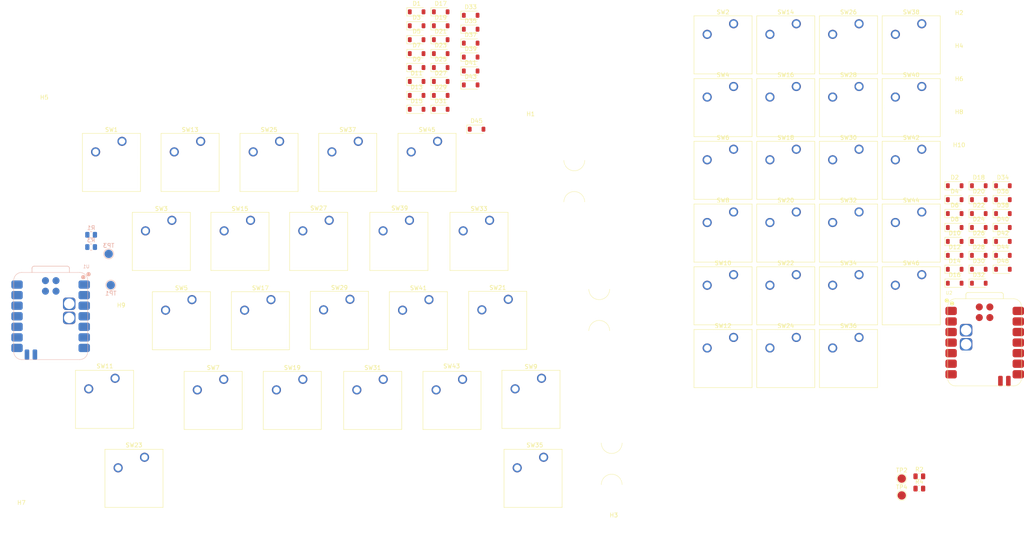
<source format=kicad_pcb>
(kicad_pcb (version 20241229) (generator "pcbnew") (generator_version "9.0")
  (layers (0 "F.Cu" signal) (2 "B.Cu" signal) (13 "F.Paste" user) (15 "B.Paste" user) (5 "F.SilkS" user "F.Silkscreen") (7 "B.SilkS" user "B.Silkscreen") (1 "F.Mask" user) (3 "B.Mask" user) (25 "Edge.Cuts" user))
  (net 0 "")
  (net 1 "/Left/ROW0")
  (net 2 "Net-(D1-A)")
  (net 3 "Net-(D2-A)")
  (net 4 "/Right/ROW0")
  (net 5 "Net-(D3-A)")
  (net 6 "/Left/ROW3")
  (net 7 "Net-(D4-A)")
  (net 8 "/Right/ROW3")
  (net 9 "Net-(D5-A)")
  (net 10 "Net-(D6-A)")
  (net 11 "Net-(D7-A)")
  (net 12 "Net-(D8-A)")
  (net 13 "Net-(D9-A)")
  (net 14 "Net-(D10-A)")
  (net 15 "Net-(D11-A)")
  (net 16 "Net-(D12-A)")
  (net 17 "Net-(D13-A)")
  (net 18 "/Left/ROW1")
  (net 19 "/Right/ROW1")
  (net 20 "Net-(D14-A)")
  (net 21 "Net-(D15-A)")
  (net 22 "Net-(D16-A)")
  (net 23 "Net-(D17-A)")
  (net 24 "Net-(D18-A)")
  (net 25 "Net-(D19-A)")
  (net 26 "Net-(D20-A)")
  (net 27 "Net-(D21-A)")
  (net 28 "Net-(D22-A)")
  (net 29 "/Left/ROW2")
  (net 30 "Net-(D23-A)")
  (net 31 "/Right/ROW2")
  (net 32 "Net-(D24-A)")
  (net 33 "Net-(D25-A)")
  (net 34 "Net-(D26-A)")
  (net 35 "Net-(D27-A)")
  (net 36 "Net-(D28-A)")
  (net 37 "Net-(D29-A)")
  (net 38 "Net-(D30-A)")
  (net 39 "Net-(D31-A)")
  (net 40 "Net-(D32-A)")
  (net 41 "Net-(D33-A)")
  (net 42 "Net-(D34-A)")
  (net 43 "Net-(D35-A)")
  (net 44 "Net-(D36-A)")
  (net 45 "Net-(D37-A)")
  (net 46 "Net-(D38-A)")
  (net 47 "Net-(D39-A)")
  (net 48 "Net-(D40-A)")
  (net 49 "Net-(D41-A)")
  (net 50 "/Left/ROW4")
  (net 51 "Net-(D42-A)")
  (net 52 "/Right/ROW4")
  (net 53 "Net-(D43-A)")
  (net 54 "Net-(D44-A)")
  (net 55 "Net-(D45-A)")
  (net 56 "Net-(D46-A)")
  (net 57 "/Left/VBat")
  (net 58 "/Left/BT_PIN")
  (net 59 "/Right/BT_PIN")
  (net 60 "/Right/VBat")
  (net 61 "GND")
  (net 62 "/Left/COL1")
  (net 63 "/Right/COL1")
  (net 64 "/Left/COL0")
  (net 65 "/Right/COL0")
  (net 66 "/Left/COL2")
  (net 67 "/Right/COL2")
  (net 68 "/Left/COL3")
  (net 69 "/Right/COL3")
  (net 70 "/Left/COL4")
  (net 71 "/Right/COL4")
  (footprint "Button_Switch_Keyboard:SW_Cherry_MX_1.00u_PCB" (layer "F.Cu") (at 98.7 123.67)
    (property "Reference" "SW19" (at -2.54 -2.794 0) (layer "F.SilkS"))
    (property "Value" "SW_Push")
    (pad "" np_thru_hole circle (at -7.62 5.08) (size 1.7 1.7) (drill 1.7) (layers "*.Cu" "*.Mask"))
    (pad "" np_thru_hole circle (at -2.54 5.08) (size 4 4) (drill 4) (layers "*.Cu" "*.Mask"))
    (pad "" np_thru_hole circle (at 2.54 5.08) (size 1.7 1.7) (drill 1.7) (layers "*.Cu" "*.Mask"))
    (pad "1" thru_hole circle (at 0 0) (size 2.2 2.2) (drill 1.5) (layers "*.Cu" "*.Mask") (net 68 "/Left/COL3"))
    (pad "2" thru_hole circle (at -6.35 2.54) (size 2.2 2.2) (drill 1.5) (layers "*.Cu" "*.Mask") (net 25 "Net-(D19-A)"))
  )
  (footprint "Diode_SMD:D_SOD-123" (layer "F.Cu") (at 255.515 97.2)
    (property "Reference" "D14" (at 0 -2 0) (layer "F.SilkS"))
    (property "Value" "D")
    (pad "1" smd roundrect (at -1.65 0) (size 0.9 1.2) (layers "F.Cu" "F.Mask" "F.Paste") (net 19 "/Right/ROW1"))
    (pad "2" smd roundrect (at 1.65 0) (size 0.9 1.2) (layers "F.Cu" "F.Mask" "F.Paste") (net 20 "Net-(D14-A)"))
  )
  (footprint "Diode_SMD:D_SOD-123" (layer "F.Cu") (at 131.875 45.32)
    (property "Reference" "D23" (at 0 -2 0) (layer "F.SilkS"))
    (property "Value" "D")
    (pad "1" smd roundrect (at -1.65 0) (size 0.9 1.2) (layers "F.Cu" "F.Mask" "F.Paste") (net 29 "/Left/ROW2"))
    (pad "2" smd roundrect (at 1.65 0) (size 0.9 1.2) (layers "F.Cu" "F.Mask" "F.Paste") (net 30 "Net-(D23-A)"))
  )
  (footprint "Button_Switch_Keyboard:SW_Cherry_MX_1.00u_PCB" (layer "F.Cu") (at 67.2 85.42)
    (property "Reference" "SW3" (at -2.54 -2.794 0) (layer "F.SilkS"))
    (property "Value" "SW_Push")
    (pad "" np_thru_hole circle (at -7.62 5.08) (size 1.7 1.7) (drill 1.7) (layers "*.Cu" "*.Mask"))
    (pad "" np_thru_hole circle (at -2.54 5.08) (size 4 4) (drill 4) (layers "*.Cu" "*.Mask"))
    (pad "" np_thru_hole circle (at 2.54 5.08) (size 1.7 1.7) (drill 1.7) (layers "*.Cu" "*.Mask"))
    (pad "1" thru_hole circle (at 0 0) (size 2.2 2.2) (drill 1.5) (layers "*.Cu" "*.Mask") (net 64 "/Left/COL0"))
    (pad "2" thru_hole circle (at -6.35 2.54) (size 2.2 2.2) (drill 1.5) (layers "*.Cu" "*.Mask") (net 5 "Net-(D3-A)"))
  )
  (footprint "Button_Switch_Keyboard:SW_Cherry_MX_1.00u_PCB" (layer "F.Cu") (at 110.04 104.42)
    (property "Reference" "SW29" (at -2.54 -2.794 0) (layer "F.SilkS"))
    (property "Value" "SW_Push")
    (pad "" np_thru_hole circle (at -7.62 5.08) (size 1.7 1.7) (drill 1.7) (layers "*.Cu" "*.Mask"))
    (pad "" np_thru_hole circle (at -2.54 5.08) (size 4 4) (drill 4) (layers "*.Cu" "*.Mask"))
    (pad "" np_thru_hole circle (at 2.54 5.08) (size 1.7 1.7) (drill 1.7) (layers "*.Cu" "*.Mask"))
    (pad "1" thru_hole circle (at 0 0) (size 2.2 2.2) (drill 1.5) (layers "*.Cu" "*.Mask") (net 68 "/Left/COL3"))
    (pad "2" thru_hole circle (at -6.35 2.54) (size 2.2 2.2) (drill 1.5) (layers "*.Cu" "*.Mask") (net 37 "Net-(D29-A)"))
  )
  (footprint "Diode_SMD:D_SOD-123" (layer "F.Cu") (at 126.08 58.72)
    (property "Reference" "D15" (at 0 -2 0) (layer "F.SilkS"))
    (property "Value" "D")
    (pad "1" smd roundrect (at -1.65 0) (size 0.9 1.2) (layers "F.Cu" "F.Mask" "F.Paste") (net 18 "/Left/ROW1"))
    (pad "2" smd roundrect (at 1.65 0) (size 0.9 1.2) (layers "F.Cu" "F.Mask" "F.Paste") (net 21 "Net-(D15-A)"))
  )
  (footprint "Resistor_SMD:R_0805_2012Metric" (layer "F.Cu") (at 247 149.95)
    (property "Reference" "R4" (at 0 -1.65 0) (layer "F.SilkS"))
    (property "Value" "2M")
    (pad "1" smd roundrect (at -0.9125 0) (size 1.025 1.4) (layers "F.Cu" "F.Mask" "F.Paste") (roundrect_rratio 0.243902) (net 59 "/Right/BT_PIN"))
    (pad "2" smd roundrect (at 0.9125 0) (size 1.025 1.4) (layers "F.Cu" "F.Mask" "F.Paste") (roundrect_rratio 0.243902) (net 61 "GND"))
  )
  (footprint "Diode_SMD:D_SOD-123" (layer "F.Cu") (at 261.31 100.55)
    (property "Reference" "D32" (at 0 -2 0) (layer "F.SilkS"))
    (property "Value" "D")
    (pad "1" smd roundrect (at -1.65 0) (size 0.9 1.2) (layers "F.Cu" "F.Mask" "F.Paste") (net 31 "/Right/ROW2"))
    (pad "2" smd roundrect (at 1.65 0) (size 0.9 1.2) (layers "F.Cu" "F.Mask" "F.Paste") (net 40 "Net-(D32-A)"))
  )
  (footprint "Diode_SMD:D_SOD-123" (layer "F.Cu") (at 126.08 35.27)
    (property "Reference" "D1" (at 0 -2 0) (layer "F.SilkS"))
    (property "Value" "D")
    (pad "1" smd roundrect (at -1.65 0) (size 0.9 1.2) (layers "F.Cu" "F.Mask" "F.Paste") (net 1 "/Left/ROW0"))
    (pad "2" smd roundrect (at 1.65 0) (size 0.9 1.2) (layers "F.Cu" "F.Mask" "F.Paste") (net 2 "Net-(D1-A)"))
  )
  (footprint "Button_Switch_Keyboard:SW_Cherry_MX_1.00u_PCB" (layer "F.Cu") (at 129.04 104.5)
    (property "Reference" "SW41" (at -2.54 -2.794 0) (layer "F.SilkS"))
    (property "Value" "SW_Push")
    (pad "" np_thru_hole circle (at -7.62 5.08) (size 1.7 1.7) (drill 1.7) (layers "*.Cu" "*.Mask"))
    (pad "" np_thru_hole circle (at -2.54 5.08) (size 4 4) (drill 4) (layers "*.Cu" "*.Mask"))
    (pad "" np_thru_hole circle (at 2.54 5.08) (size 1.7 1.7) (drill 1.7) (layers "*.Cu" "*.Mask"))
    (pad "1" thru_hole circle (at 0 0) (size 2.2 2.2) (drill 1.5) (layers "*.Cu" "*.Mask") (net 70 "/Left/COL4"))
    (pad "2" thru_hole circle (at -6.35 2.54) (size 2.2 2.2) (drill 1.5) (layers "*.Cu" "*.Mask") (net 49 "Net-(D41-A)"))
  )
  (footprint "Xiao 5mm:mouse-bite-5mm-slot" (layer "F.Cu") (at 173 144 90)
    (property "Reference" "BO3" (hide yes))
    (property "Value" "Break off" (hide yes))
    (pad "" np_thru_hole circle (at -3.75 -2.5 90) (size 0.5 0.5) (drill 0.5) (layers "*.Cu" "*.Mask"))
    (pad "" np_thru_hole circle (at -3.75 2.5 90) (size 0.5 0.5) (drill 0.5) (layers "*.Cu" "*.Mask"))
    (pad "" np_thru_hole circle (at -3 -2.5 90) (size 0.5 0.5) (drill 0.5) (layers "*.Cu" "*.Mask"))
    (pad "" np_thru_hole circle (at -3 -2.5 90) (size 0.5 0.5) (drill 0.5) (layers "*.Cu" "*.Mask"))
    (pad "" np_thru_hole circle (at -3 2.5 90) (size 0.5 0.5) (drill 0.5) (layers "*.Cu" "*.Mask"))
    (pad "" np_thru_hole circle (at -3 2.5 90) (size 0.5 0.5) (drill 0.5) (layers "*.Cu" "*.Mask"))
    (pad "" np_thru_hole circle (at -2.25 -2.5 90) (size 0.5 0.5) (drill 0.5) (layers "*.Cu" "*.Mask"))
    (pad "" np_thru_hole circle (at -2.25 2.5 90) (size 0.5 0.5) (drill 0.5) (layers "*.Cu" "*.Mask"))
    (pad "" np_thru_hole circle (at -1.5 -2.5 90) (size 0.5 0.5) (drill 0.5) (layers "*.Cu" "*.Mask"))
    (pad "" np_thru_hole circle (at -1.5 2.5 90) (size 0.5 0.5) (drill 0.5) (layers "*.Cu" "*.Mask"))
    (pad "" np_thru_hole circle (at -0.75 -2.5 90) (size 0.5 0.5) (drill 0.5) (layers "*.Cu" "*.Mask"))
    (pad "" np_thru_hole circle (at -0.75 2.5 90) (size 0.5 0.5) (drill 0.5) (layers "*.Cu" "*.Mask"))
    (pad "" np_thru_hole circle (at 0 -2.5 90) (size 0.5 0.5) (drill 0.5) (layers "*.Cu" "*.Mask"))
    (pad "" np_thru_hole circle (at 0 2.5 90) (size 0.5 0.5) (drill 0.5) (layers "*.Cu" "*.Mask"))
    (pad "" np_thru_hole circle (at 0.75 -2.5 90) (size 0.5 0.5) (drill 0.5) (layers "*.Cu" "*.Mask"))
    (pad "" np_thru_hole circle (at 0.75 2.5 90) (size 0.5 0.5) (drill 0.5) (layers "*.Cu" "*.Mask"))
    (pad "" np_thru_hole circle (at 1.5 -2.5 90) (size 0.5 0.5) (drill 0.5) (layers "*.Cu" "*.Mask"))
    (pad "" np_thru_hole circle (at 1.5 2.5 90) (size 0.5 0.5) (drill 0.5) (layers "*.Cu" "*.Mask"))
    (pad "" np_thru_hole circle (at 2.25 -2.5 90) (size 0.5 0.5) (drill 0.5) (layers "*.Cu" "*.Mask"))
    (pad "" np_thru_hole circle (at 2.25 2.5 90) (size 0.5 0.5) (drill 0.5) (layers "*.Cu" "*.Mask"))
    (pad "" np_thru_hole circle (at 3 -2.5 90) (size 0.5 0.5) (drill 0.5) (layers "*.Cu" "*.Mask"))
    (pad "" np_thru_hole circle (at 3 2.5 90) (size 0.5 0.5) (drill 0.5) (layers "*.Cu" "*.Mask"))
    (pad "" np_thru_hole circle (at 3.75 -2.5 90) (size 0.5 0.5) (drill 0.5) (layers "*.Cu" "*.Mask"))
    (pad "" np_thru_hole circle (at 3.75 2.5 90) (size 0.5 0.5) (drill 0.5) (layers "*.Cu" "*.Mask"))
  )
  (footprint "Button_Switch_Keyboard:SW_Cherry_MX_1.00u_PCB" (layer "F.Cu") (at 156.62 142.42)
    (property "Reference" "SW35" (at -2.12 -2.92 0) (layer "F.SilkS"))
    (property "Value" "SW_Push")
    (pad "" np_thru_hole circle (at -7.62 5.08) (size 1.7 1.7) (drill 1.7) (layers "*.Cu" "*.Mask"))
    (pad "" np_thru_hole circle (at -2.54 5.08) (size 4 4) (drill 4) (layers "*.Cu" "*.Mask"))
    (pad "" np_thru_hole circle (at 2.54 5.08) (size 1.7 1.7) (drill 1.7) (layers "*.Cu" "*.Mask"))
    (pad "1" thru_hole circle (at 0 0) (size 2.2 2.2) (drill 1.5) (layers "*.Cu" "*.Mask") (net 66 "/Left/COL2"))
    (pad "2" thru_hole circle (at -6.35 2.54) (size 2.2 2.2) (drill 1.5) (layers "*.Cu" "*.Mask") (net 43 "Net-(D35-A)"))
  )
  (footprint "Diode_SMD:D_SOD-123" (layer "F.Cu") (at 267.105 90.5)
    (property "Reference" "D42" (at 0 -2 0) (layer "F.SilkS"))
    (property "Value" "D")
    (pad "1" smd roundrect (at -1.65 0) (size 0.9 1.2) (layers "F.Cu" "F.Mask" "F.Paste") (net 52 "/Right/ROW4"))
    (pad "2" smd roundrect (at 1.65 0) (size 0.9 1.2) (layers "F.Cu" "F.Mask" "F.Paste") (net 51 "Net-(D42-A)"))
  )
  (footprint "Button_Switch_Keyboard:SW_Cherry_MX_1.00u_PCB" (layer "F.Cu") (at 202.32 113.59)
    (property "Reference" "SW12" (at -2.54 -2.794 0) (layer "F.SilkS"))
    (property "Value" "SW_Push")
    (pad "" np_thru_hole circle (at -7.62 5.08) (size 1.7 1.7) (drill 1.7) (layers "*.Cu" "*.Mask"))
    (pad "" np_thru_hole circle (at -2.54 5.08) (size 4 4) (drill 4) (layers "*.Cu" "*.Mask"))
    (pad "" np_thru_hole circle (at 2.54 5.08) (size 1.7 1.7) (drill 1.7) (layers "*.Cu" "*.Mask"))
    (pad "1" thru_hole circle (at 0 0) (size 2.2 2.2) (drill 1.5) (layers "*.Cu" "*.Mask") (net 71 "/Right/COL4"))
    (pad "2" thru_hole circle (at -6.35 2.54) (size 2.2 2.2) (drill 1.5) (layers "*.Cu" "*.Mask") (net 16 "Net-(D12-A)"))
  )
  (footprint "Diode_SMD:D_SOD-123" (layer "F.Cu") (at 131.875 41.97)
    (property "Reference" "D21" (at 0 -2 0) (layer "F.SilkS"))
    (property "Value" "D")
    (pad "1" smd roundrect (at -1.65 0) (size 0.9 1.2) (layers "F.Cu" "F.Mask" "F.Paste") (net 18 "/Left/ROW1"))
    (pad "2" smd roundrect (at 1.65 0) (size 0.9 1.2) (layers "F.Cu" "F.Mask" "F.Paste") (net 27 "Net-(D21-A)"))
  )
  (footprint "Diode_SMD:D_SOD-123" (layer "F.Cu") (at 126.08 55.37)
    (property "Reference" "D13" (at 0 -2 0) (layer "F.SilkS"))
    (property "Value" "D")
    (pad "1" smd roundrect (at -1.65 0) (size 0.9 1.2) (layers "F.Cu" "F.Mask" "F.Paste") (net 18 "/Left/ROW1"))
    (pad "2" smd roundrect (at 1.65 0) (size 0.9 1.2) (layers "F.Cu" "F.Mask" "F.Paste") (net 17 "Net-(D13-A)"))
  )
  (footprint "Button_Switch_Keyboard:SW_Cherry_MX_1.00u_PCB" (layer "F.Cu") (at 112.04 66.42)
    (property "Reference" "SW37" (at -2.54 -2.794 0) (layer "F.SilkS"))
    (property "Value" "SW_Push")
    (pad "" np_thru_hole circle (at -7.62 5.08) (size 1.7 1.7) (drill 1.7) (layers "*.Cu" "*.Mask"))
    (pad "" np_thru_hole circle (at -2.54 5.08) (size 4 4) (drill 4) (layers "*.Cu" "*.Mask"))
    (pad "" np_thru_hole circle (at 2.54 5.08) (size 1.7 1.7) (drill 1.7) (layers "*.Cu" "*.Mask"))
    (pad "1" thru_hole circle (at 0 0) (size 2.2 2.2) (drill 1.5) (layers "*.Cu" "*.Mask") (net 68 "/Left/COL3"))
    (pad "2" thru_hole circle (at -6.35 2.54) (size 2.2 2.2) (drill 1.5) (layers "*.Cu" "*.Mask") (net 45 "Net-(D37-A)"))
  )
  (footprint "Diode_SMD:D_SOD-123" (layer "F.Cu") (at 131.875 48.67)
    (property "Reference" "D25" (at 0 -2 0) (layer "F.SilkS"))
    (property "Value" "D")
    (pad "1" smd roundrect (at -1.65 0) (size 0.9 1.2) (layers "F.Cu" "F.Mask" "F.Paste") (net 29 "/Left/ROW2"))
    (pad "2" smd roundrect (at 1.65 0) (size 0.9 1.2) (layers "F.Cu" "F.Mask" "F.Paste") (net 33 "Net-(D25-A)"))
  )
  (footprint "Diode_SMD:D_SOD-123" (layer "F.Cu") (at 261.31 80.45)
    (property "Reference" "D20" (at 0 -2 0) (layer "F.SilkS"))
    (property "Value" "D")
    (pad "1" smd roundrect (at -1.65 0) (size 0.9 1.2) (layers "F.Cu" "F.Mask" "F.Paste") (net 19 "/Right/ROW1"))
    (pad "2" smd roundrect (at 1.65 0) (size 0.9 1.2) (layers "F.Cu" "F.Mask" "F.Paste") (net 26 "Net-(D20-A)"))
  )
  (footprint "Diode_SMD:D_SOD-123" (layer "F.Cu") (at 255.515 93.85)
    (property "Reference" "D12" (at 0 -2 0) (layer "F.SilkS"))
    (property "Value" "D")
    (pad "1" smd roundrect (at -1.65 0) (size 0.9 1.2) (layers "F.Cu" "F.Mask" "F.Paste") (net 4 "/Right/ROW0"))
    (pad "2" smd roundrect (at 1.65 0) (size 0.9 1.2) (layers "F.Cu" "F.Mask" "F.Paste") (net 16 "Net-(D12-A)"))
  )
  (footprint "Diode_SMD:D_SOD-123" (layer "F.Cu") (at 267.105 77.1)
    (property "Reference" "D34" (at 0 -2 0) (layer "F.SilkS"))
    (property "Value" "D")
    (pad "1" smd roundrect (at -1.65 0) (size 0.9 1.2) (layers "F.Cu" "F.Mask" "F.Paste") (net 8 "/Right/ROW3"))
    (pad "2" smd roundrect (at 1.65 0) (size 0.9 1.2) (layers "F.Cu" "F.Mask" "F.Paste") (net 42 "Net-(D34-A)"))
  )
  (footprint "Button_Switch_Keyboard:SW_Cherry_MX_1.00u_PCB" (layer "F.Cu") (at 247.59 83.41)
    (property "Reference" "SW44" (at -2.54 -2.794 0) (layer "F.SilkS"))
    (property "Value" "SW_Push")
    (pad "" np_thru_hole circle (at -7.62 5.08) (size 1.7 1.7) (drill 1.7) (layers "*.Cu" "*.Mask"))
    (pad "" np_thru_hole circle (at -2.54 5.08) (size 4 4) (drill 4) (layers "*.Cu" "*.Mask"))
    (pad "" np_thru_hole circle (at 2.54 5.08) (size 1.7 1.7) (drill 1.7) (layers "*.Cu" "*.Mask"))
    (pad "1" thru_hole circle (at 0 0) (size 2.2 2.2) (drill 1.5) (layers "*.Cu" "*.Mask") (net 65 "/Right/COL0"))
    (pad "2" thru_hole circle (at -6.35 2.54) (size 2.2 2.2) (drill 1.5) (layers "*.Cu" "*.Mask") (net 54 "Net-(D44-A)"))
  )
  (footprint "Button_Switch_Keyboard:SW_Cherry_MX_1.00u_PCB" (layer "F.Cu") (at 105.04 85.42)
    (property "Reference" "SW27" (at -2.54 -2.92 0) (layer "F.SilkS"))
    (property "Value" "SW_Push")
    (pad "" np_thru_hole circle (at -7.62 5.08) (size 1.7 1.7) (drill 1.7) (layers "*.Cu" "*.Mask"))
    (pad "" np_thru_hole circle (at -2.54 5.08) (size 4 4) (drill 4) (layers "*.Cu" "*.Mask"))
    (pad "" np_thru_hole circle (at 2.54 5.08) (size 1.7 1.7) (drill 1.7) (layers "*.Cu" "*.Mask"))
    (pad "1" thru_hole circle (at 0 0) (size 2.2 2.2) (drill 1.5) (layers "*.Cu" "*.Mask") (net 66 "/Left/COL2"))
    (pad "2" thru_hole circle (at -6.35 2.54) (size 2.2 2.2) (drill 1.5) (layers "*.Cu" "*.Mask") (net 35 "Net-(D27-A)"))
  )
  (footprint "Button_Switch_Keyboard:SW_Cherry_MX_1.00u_PCB" (layer "F.Cu") (at 74.12 66.42)
    (property "Reference" "SW13" (at -2.54 -2.794 0) (layer "F.SilkS"))
    (property "Value" "SW_Push")
    (pad "" np_thru_hole circle (at -7.62 5.08) (size 1.7 1.7) (drill 1.7) (layers "*.Cu" "*.Mask"))
    (pad "" np_thru_hole circle (at -2.54 5.08) (size 4 4) (drill 4) (layers "*.Cu" "*.Mask"))
    (pad "" np_thru_hole circle (at 2.54 5.08) (size 1.7 1.7) (drill 1.7) (layers "*.Cu" "*.Mask"))
    (pad "1" thru_hole circle (at 0 0) (size 2.2 2.2) (drill 1.5) (layers "*.Cu" "*.Mask") (net 64 "/Left/COL0"))
    (pad "2" thru_hole circle (at -6.35 2.54) (size 2.2 2.2) (drill 1.5) (layers "*.Cu" "*.Mask") (net 17 "Net-(D13-A)"))
  )
  (footprint "Button_Switch_Keyboard:SW_Cherry_MX_1.00u_PCB" (layer "F.Cu") (at 156.12 123.42)
    (property "Reference" "SW9" (at -2.54 -2.794 0) (layer "F.SilkS"))
    (property "Value" "SW_Push")
    (pad "" np_thru_hole circle (at -7.62 5.08) (size 1.7 1.7) (drill 1.7) (layers "*.Cu" "*.Mask"))
    (pad "" np_thru_hole circle (at -2.54 5.08) (size 4 4) (drill 4) (layers "*.Cu" "*.Mask"))
    (pad "" np_thru_hole circle (at 2.54 5.08) (size 1.7 1.7) (drill 1.7) (layers "*.Cu" "*.Mask"))
    (pad "1" thru_hole circle (at 0 0) (size 2.2 2.2) (drill 1.5) (layers "*.Cu" "*.Mask") (net 68 "/Left/COL3"))
    (pad "2" thru_hole circle (at -6.35 2.54) (size 2.2 2.2) (drill 1.5) (layers "*.Cu" "*.Mask") (net 13 "Net-(D9-A)"))
  )
  (footprint "Diode_SMD:D_SOD-123" (layer "F.Cu") (at 255.515 77.1)
    (property "Reference" "D2" (at 0 -2 0) (layer "F.SilkS"))
    (property "Value" "D")
    (pad "1" smd roundrect (at -1.65 0) (size 0.9 1.2) (layers "F.Cu" "F.Mask" "F.Paste") (net 4 "/Right/ROW0"))
    (pad "2" smd roundrect (at 1.65 0) (size 0.9 1.2) (layers "F.Cu" "F.Mask" "F.Paste") (net 3 "Net-(D2-A)"))
  )
  (footprint "Button_Switch_Keyboard:SW_Cherry_MX_1.00u_PCB" (layer "F.Cu") (at 131.12 66.42)
    (property "Reference" "SW45" (at -2.54 -2.794 0) (layer "F.SilkS"))
    (property "Value" "SW_Push")
    (pad "" np_thru_hole circle (at -7.62 5.08) (size 1.7 1.7) (drill 1.7) (layers "*.Cu" "*.Mask"))
    (pad "" np_thru_hole circle (at -2.54 5.08) (size 4 4) (drill 4) (layers "*.Cu" "*.Mask"))
    (pad "" np_thru_hole circle (at 2.54 5.08) (size 1.7 1.7) (drill 1.7) (layers "*.Cu" "*.Mask"))
    (pad "1" thru_hole circle (at 0 0) (size 2.2 2.2) (drill 1.5) (layers "*.Cu" "*.Mask") (net 6 "/Left/ROW3"))
    (pad "2" thru_hole circle (at -6.35 2.54) (size 2.2 2.2) (drill 1.5) (layers "*.Cu" "*.Mask") (net 55 "Net-(D45-A)"))
  )
  (footprint "Button_Switch_Keyboard:SW_Cherry_MX_1.00u_PCB" (layer "F.Cu") (at 72.03 104.5)
    (property "Reference" "SW5" (at -2.54 -2.794 0) (layer "F.SilkS"))
    (property "Value" "SW_Push")
    (pad "" np_thru_hole circle (at -7.62 5.08) (size 1.7 1.7) (drill 1.7) (layers "*.Cu" "*.Mask"))
    (pad "" np_thru_hole circle (at -2.54 5.08) (size 4 4) (drill 4) (layers "*.Cu" "*.Mask"))
    (pad "" np_thru_hole circle (at 2.54 5.08) (size 1.7 1.7) (drill 1.7) (layers "*.Cu" "*.Mask"))
    (pad "1" thru_hole circle (at 0 0) (size 2.2 2.2) (drill 1.5) (layers "*.Cu" "*.Mask") (net 64 "/Left/COL0"))
    (pad "2" thru_hole circle (at -6.35 2.54) (size 2.2 2.2) (drill 1.5) (layers "*.Cu" "*.Mask") (net 9 "Net-(D5-A)"))
  )
  (footprint "MountingHole:MountingHole_3.2mm_M3" (layer "F.Cu") (at 256.57 47.6)
    (property "Reference" "H4" (at 0 -4.15 0) (layer "F.SilkS"))
    (property "Value" "MountingHole")
    (pad "" np_thru_hole circle (at 0 0) (size 3.2 3.2) (drill 3.2) (layers "*.Cu" "*.Mask"))
  )
  (footprint "Button_Switch_Keyboard:SW_Cherry_MX_1.00u_PCB" (layer "F.Cu") (at 232.5 68.32)
    (property "Reference" "SW30" (at -2.54 -2.794 0) (layer "F.SilkS"))
    (property "Value" "SW_Push")
    (pad "" np_thru_hole circle (at -7.62 5.08) (size 1.7 1.7) (drill 1.7) (layers "*.Cu" "*.Mask"))
    (pad "" np_thru_hole circle (at -2.54 5.08) (size 4 4) (drill 4) (layers "*.Cu" "*.Mask"))
    (pad "" np_thru_hole circle (at 2.54 5.08) (size 1.7 1.7) (drill 1.7) (layers "*.Cu" "*.Mask"))
    (pad "1" thru_hole circle (at 0 0) (size 2.2 2.2) (drill 1.5) (layers "*.Cu" "*.Mask") (net 69 "/Right/COL3"))
    (pad "2" thru_hole circle (at -6.35 2.54) (size 2.2 2.2) (drill 1.5) (layers "*.Cu" "*.Mask") (net 38 "Net-(D30-A)"))
  )
  (footprint "Diode_SMD:D_SOD-123" (layer "F.Cu") (at 126.08 38.62)
    (property "Reference" "D3" (at 0 -2 0) (layer "F.SilkS"))
    (property "Value" "D")
    (pad "1" smd roundrect (at -1.65 0) (size 0.9 1.2) (layers "F.Cu" "F.Mask" "F.Paste") (net 6 "/Left/ROW3"))
    (pad "2" smd roundrect (at 1.65 0) (size 0.9 1.2) (layers "F.Cu" "F.Mask" "F.Paste") (net 5 "Net-(D3-A)"))
  )
  (footprint "Diode_SMD:D_SOD-123" (layer "F.Cu") (at 261.31 93.85)
    (property "Reference" "D28" (at 0 -2 0) (layer "F.SilkS"))
    (property "Value" "D")
    (pad "1" smd roundrect (at -1.65 0) (size 0.9 1.2) (layers "F.Cu" "F.Mask" "F.Paste") (net 31 "/Right/ROW2"))
    (pad "2" smd roundrect (at 1.65 0) (size 0.9 1.2) (layers "F.Cu" "F.Mask" "F.Paste") (net 36 "Net-(D28-A)"))
  )
  (footprint "Button_Switch_Keyboard:SW_Cherry_MX_1.00u_PCB" (layer "F.Cu") (at 202.32 98.5)
    (property "Reference" "SW10" (at -2.54 -2.794 0) (layer "F.SilkS"))
    (property "Value" "SW_Push")
    (pad "" np_thru_hole circle (at -7.62 5.08) (size 1.7 1.7) (drill 1.7) (layers "*.Cu" "*.Mask"))
    (pad "" np_thru_hole circle (at -2.54 5.08) (size 4 4) (drill 4) (layers "*.Cu" "*.Mask"))
    (pad "" np_thru_hole circle (at 2.54 5.08) (size 1.7 1.7) (drill 1.7) (layers "*.Cu" "*.Mask"))
    (pad "1" thru_hole circle (at 0 0) (size 2.2 2.2) (drill 1.5) (layers "*.Cu" "*.Mask") (net 69 "/Right/COL3"))
    (pad "2" thru_hole circle (at -6.35 2.54) (size 2.2 2.2) (drill 1.5) (layers "*.Cu" "*.Mask") (net 14 "Net-(D10-A)"))
  )
  (footprint "Diode_SMD:D_SOD-123" (layer "F.Cu") (at 131.875 55.37)
    (property "Reference" "D29" (at 0 -2 0) (layer "F.SilkS"))
    (property "Value" "D")
    (pad "1" smd roundrect (at -1.65 0) (size 0.9 1.2) (layers "F.Cu" "F.Mask" "F.Paste") (net 29 "/Left/ROW2"))
    (pad "2" smd roundrect (at 1.65 0) (size 0.9 1.2) (layers "F.Cu" "F.Mask" "F.Paste") (net 37 "Net-(D29-A)"))
  )
  (footprint "Diode_SMD:D_SOD-123" (layer "F.Cu") (at 131.875 35.27)
    (property "Reference" "D17" (at 0 -2 0) (layer "F.SilkS"))
    (property "Value" "D")
    (pad "1" smd roundrect (at -1.65 0) (size 0.9 1.2) (layers "F.Cu" "F.Mask" "F.Paste") (net 18 "/Left/ROW1"))
    (pad "2" smd roundrect (at 1.65 0) (size 0.9 1.2) (layers "F.Cu" "F.Mask" "F.Paste") (net 23 "Net-(D17-A)"))
  )
  (footprint "Button_Switch_Keyboard:SW_Cherry_MX_1.00u_PCB" (layer "F.Cu") (at 91.04 104.5)
    (property "Reference" "SW17" (at -2.54 -2.794 0) (layer "F.SilkS"))
    (property "Value" "SW_Push")
    (pad "" np_thru_hole circle (at -7.62 5.08) (size 1.7 1.7) (drill 1.7) (layers "*.Cu" "*.Mask"))
    (pad "" np_thru_hole circle (at -2.54 5.08) (size 4 4) (drill 4) (layers "*.Cu" "*.Mask"))
    (pad "" np_thru_hole circle (at 2.54 5.08) (size 1.7 1.7) (drill 1.7) (layers "*.Cu" "*.Mask"))
    (pad "1" thru_hole circle (at 0 0) (size 2.2 2.2) (drill 1.5) (layers "*.Cu" "*.Mask") (net 66 "/Left/COL2"))
    (pad "2" thru_hole circle (at -6.35 2.54) (size 2.2 2.2) (drill 1.5) (layers "*.Cu" "*.Mask") (net 23 "Net-(D17-A)"))
  )
  (footprint "MountingHole:MountingHole_3.2mm_M3" (layer "F.Cu") (at 256.57 39.65)
    (property "Reference" "H2" (at 0 -4.15 0) (layer "F.SilkS"))
    (property "Value" "MountingHole")
    (pad "" np_thru_hole circle (at 0 0) (size 3.2 3.2) (drill 3.2) (layers "*.Cu" "*.Mask"))
  )
  (footprint "Diode_SMD:D_SOD-123" (layer "F.Cu") (at 255.515 100.55)
    (property "Reference" "D16" (at 0 -2 0) (layer "F.SilkS"))
    (property "Value" "D")
    (pad "1" smd roundrect (at -1.65 0) (size 0.9 1.2) (layers "F.Cu" "F.Mask" "F.Paste") (net 19 "/Right/ROW1"))
    (pad "2" smd roundrect (at 1.65 0) (size 0.9 1.2) (layers "F.Cu" "F.Mask" "F.Paste") (net 22 "Net-(D16-A)"))
  )
  (footprint "Button_Switch_Keyboard:SW_Cherry_MX_1.00u_PCB" (layer "F.Cu") (at 53.54 123.42)
    (property "Reference" "SW11" (at -2.46 -2.92 0) (layer "F.SilkS"))
    (property "Value" "SW_Push")
    (pad "" np_thru_hole circle (at -7.62 5.08) (size 1.7 1.7) (drill 1.7) (layers "*.Cu" "*.Mask"))
    (pad "" np_thru_hole circle (at -2.54 5.08) (size 4 4) (drill 4) (layers "*.Cu" "*.Mask"))
    (pad "" np_thru_hole circle (at 2.54 5.08) (size 1.7 1.7) (drill 1.7) (layers "*.Cu" "*.Mask"))
    (pad "1" thru_hole circle (at 0 0) (size 2.2 2.2) (drill 1.5) (layers "*.Cu" "*.Mask") (net 70 "/Left/COL4"))
    (pad "2" thru_hole circle (at -6.35 2.54) (size 2.2 2.2) (drill 1.5) (layers "*.Cu" "*.Mask") (net 15 "Net-(D11-A)"))
  )
  (footprint "Button_Switch_Keyboard:SW_Cherry_MX_1.00u_PCB" (layer "F.Cu") (at 232.5 83.41)
    (property "Reference" "SW32" (at -2.54 -2.794 0) (layer "F.SilkS"))
    (property "Value" "SW_Push")
    (pad "" np_thru_hole circle (at -7.62 5.08) (size 1.7 1.7) (drill 1.7) (layers "*.Cu" "*.Mask"))
    (pad "" np_thru_hole circle (at -2.54 5.08) (size 4 4) (drill 4) (layers "*.Cu" "*.Mask"))
    (pad "" np_thru_hole circle (at 2.54 5.08) (size 1.7 1.7) (drill 1.7) (layers "*.Cu" "*.Mask"))
    (pad "1" thru_hole circle (at 0 0) (size 2.2 2.2) (drill 1.5) (layers "*.Cu" "*.Mask") (net 71 "/Right/COL4"))
    (pad "2" thru_hole circle (at -6.35 2.54) (size 2.2 2.2) (drill 1.5) (layers "*.Cu" "*.Mask") (net 40 "Net-(D32-A)"))
  )
  (footprint "Xiao 5mm:mouse-bite-5mm-slot" (layer "F.Cu") (at 164 76 90)
    (property "Reference" "BO1" (hide yes))
    (property "Value" "Break off" (hide yes))
    (pad "" np_thru_hole circle (at -3.75 -2.5 90) (size 0.5 0.5) (drill 0.5) (layers "*.Cu" "*.Mask"))
    (pad "" np_thru_hole circle (at -3.75 2.5 90) (size 0.5 0.5) (drill 0.5) (layers "*.Cu" "*.Mask"))
    (pad "" np_thru_hole circle (at -3 -2.5 90) (size 0.5 0.5) (drill 0.5) (layers "*.Cu" "*.Mask"))
    (pad "" np_thru_hole circle (at -3 -2.5 90) (size 0.5 0.5) (drill 0.5) (layers "*.Cu" "*.Mask"))
    (pad "" np_thru_hole circle (at -3 2.5 90) (size 0.5 0.5) (drill 0.5) (layers "*.Cu" "*.Mask"))
    (pad "" np_thru_hole circle (at -3 2.5 90) (size 0.5 0.5) (drill 0.5) (layers "*.Cu" "*.Mask"))
    (pad "" np_thru_hole circle (at -2.25 -2.5 90) (size 0.5 0.5) (drill 0.5) (layers "*.Cu" "*.Mask"))
    (pad "" np_thru_hole circle (at -2.25 2.5 90) (size 0.5 0.5) (drill 0.5) (layers "*.Cu" "*.Mask"))
    (pad "" np_thru_hole circle (at -1.5 -2.5 90) (size 0.5 0.5) (drill 0.5) (layers "*.Cu" "*.Mask"))
    (pad "" np_thru_hole circle (at -1.5 2.5 90) (size 0.5 0.5) (drill 0.5) (layers "*.Cu" "*.Mask"))
    (pad "" np_thru_hole circle (at -0.75 -2.5 90) (size 0.5 0.5) (drill 0.5) (layers "*.Cu" "*.Mask"))
    (pad "" np_thru_hole circle (at -0.75 2.5 90) (size 0.5 0.5) (drill 0.5) (layers "*.Cu" "*.Mask"))
    (pad "" np_thru_hole circle (at 0 -2.5 90) (size 0.5 0.5) (drill 0.5) (layers "*.Cu" "*.Mask"))
    (pad "" np_thru_hole circle (at 0 2.5 90) (size 0.5 0.5) (drill 0.5) (layers "*.Cu" "*.Mask"))
    (pad "" np_thru_hole circle (at 0.75 -2.5 90) (size 0.5 0.5) (drill 0.5) (layers "*.Cu" "*.Mask"))
    (pad "" np_thru_hole circle (at 0.75 2.5 90) (size 0.5 0.5) (drill 0.5) (layers "*.Cu" "*.Mask"))
    (pad "" np_thru_hole circle (at 1.5 -2.5 90) (size 0.5 0.5) (drill 0.5) (layers "*.Cu" "*.Mask"))
    (pad "" np_thru_hole circle (at 1.5 2.5 90) (size 0.5 0.5) (drill 0.5) (layers "*.Cu" "*.Mask"))
    (pad "" np_thru_hole circle (at 2.25 -2.5 90) (size 0.5 0.5) (drill 0.5) (layers "*.Cu" "*.Mask"))
    (pad "" np_thru_hole circle (at 2.25 2.5 90) (size 0.5 0.5) (drill 0.5) (layers "*.Cu" "*.Mask"))
    (pad "" np_thru_hole circle (at 3 -2.5 90) (size 0.5 0.5) (drill 0.5) (layers "*.Cu" "*.Mask"))
    (pad "" np_thru_hole circle (at 3 2.5 90) (size 0.5 0.5) (drill 0.5) (layers "*.Cu" "*.Mask"))
    (pad "" np_thru_hole circle (at 3.75 -2.5 90) (size 0.5 0.5) (drill 0.5) (layers "*.Cu" "*.Mask"))
    (pad "" np_thru_hole circle (at 3.75 2.5 90) (size 0.5 0.5) (drill 0.5) (layers "*.Cu" "*.Mask"))
  )
  (footprint "Button_Switch_Keyboard:SW_Cherry_MX_1.00u_PCB" (layer "F.Cu") (at 86.12 85.42)
    (property "Reference" "SW15" (at -2.54 -2.794 0) (layer "F.SilkS"))
    (property "Value" "SW_Push")
    (pad "" np_thru_hole circle (at -7.62 5.08) (size 1.7 1.7) (drill 1.7) (layers "*.Cu" "*.Mask"))
    (pad "" np_thru_hole circle (at -2.54 5.08) (size 4 4) (drill 4) (layers "*.Cu" "*.Mask"))
    (pad "" np_thru_hole circle (at 2.54 5.08) (size 1.7 1.7) (drill 1.7) (layers "*.Cu" "*.Mask"))
    (pad "1" thru_hole circle (at 0 0) (size 2.2 2.2) (drill 1.5) (layers "*.Cu" "*.Mask") (net 62 "/Left/COL1"))
    (pad "2" thru_hole circle (at -6.35 2.54) (size 2.2 2.2) (drill 1.5) (layers "*.Cu" "*.Mask") (net 21 "Net-(D15-A)"))
  )
  (footprint "Diode_SMD:D_SOD-123" (layer "F.Cu") (at 131.875 58.72)
    (property "Reference" "D31" (at 0 -2 0) (layer "F.SilkS"))
    (property "Value" "D")
    (pad "1" smd roundrect (at -1.65 0) (size 0.9 1.2) (layers "F.Cu" "F.Mask" "F.Paste") (net 29 "/Left/ROW2"))
    (pad "2" smd roundrect (at 1.65 0) (size 0.9 1.2) (layers "F.Cu" "F.Mask" "F.Paste") (net 39 "Net-(D31-A)"))
  )
  (footprint "Button_Switch_Keyboard:SW_Cherry_MX_1.00u_PCB" (layer "F.Cu") (at 247.59 68.32)
    (property "Reference" "SW42" (at -2.54 -2.794 0) (layer "F.SilkS"))
    (property "Value" "SW_Push")
    (pad "" np_thru_hole circle (at -7.62 5.08) (size 1.7 1.7) (drill 1.7) (layers "*.Cu" "*.Mask"))
    (pad "" np_thru_hole circle (at -2.54 5.08) (size 4 4) (drill 4) (layers "*.Cu" "*.Mask"))
    (pad "" np_thru_hole circle (at 2.54 5.08) (size 1.7 1.7) (drill 1.7) (layers "*.Cu" "*.Mask"))
    (pad "1" thru_hole circle (at 0 0) (size 2.2 2.2) (drill 1.5) (layers "*.Cu" "*.Mask") (net 71 "/Right/COL4"))
    (pad "2" thru_hole circle (at -6.35 2.54) (size 2.2 2.2) (drill 1.5) (layers "*.Cu" "*.Mask") (net 51 "Net-(D42-A)"))
  )
  (footprint "Button_Switch_Keyboard:SW_Cherry_MX_1.00u_PCB" (layer "F.Cu") (at 217.41 98.5)
    (property "Reference" "SW22" (at -2.54 -2.794 0) (layer "F.SilkS"))
    (property "Value" "SW_Push")
    (pad "" np_thru_hole circle (at -7.62 5.08) (size 1.7 1.7) (drill 1.7) (layers "*.Cu" "*.Mask"))
    (pad "" np_thru_hole circle (at -2.54 5.08) (size 4 4) (drill 4) (layers "*.Cu" "*.Mask"))
    (pad "" np_thru_hole circle (at 2.54 5.08) (size 1.7 1.7) (drill 1.7) (layers "*.Cu" "*.Mask"))
    (pad "1" thru_hole circle (at 0 0) (size 2.2 2.2) (drill 1.5) (layers "*.Cu" "*.Mask") (net 71 "/Right/COL4"))
    (pad "2" thru_hole circle (at -6.35 2.54) (size 2.2 2.2) (drill 1.5) (layers "*.Cu" "*.Mask") (net 28 "Net-(D22-A)"))
  )
  (footprint "Diode_SMD:D_SOD-123" (layer "F.Cu") (at 255.515 87.15)
    (property "Reference" "D8" (at 0 -2 0) (layer "F.SilkS"))
    (property "Value" "D")
    (pad "1" smd roundrect (at -1.65 0) (size 0.9 1.2) (layers "F.Cu" "F.Mask" "F.Paste") (net 4 "/Right/ROW0"))
    (pad "2" smd roundrect (at 1.65 0) (size 0.9 1.2) (layers "F.Cu" "F.Mask" "F.Paste") (net 12 "Net-(D8-A)"))
  )
  (footprint "Diode_SMD:D_SOD-123" (layer "F.Cu") (at 261.31 83.8)
    (property "Reference" "D22" (at 0 -2 0) (layer "F.SilkS"))
    (property "Value" "D")
    (pad "1" smd roundrect (at -1.65 0) (size 0.9 1.2) (layers "F.Cu" "F.Mask" "F.Paste") (net 19 "/Right/ROW1"))
    (pad "2" smd roundrect (at 1.65 0) (size 0.9 1.2) (layers "F.Cu" "F.Mask" "F.Paste") (net 28 "Net-(D22-A)"))
  )
  (footprint "Button_Switch_Keyboard:SW_Cherry_MX_1.00u_PCB" (layer "F.Cu") (at 202.32 38.14)
    (property "Reference" "SW2" (at -2.54 -2.794 0) (layer "F.SilkS"))
    (property "Value" "SW_Push")
    (pad "" np_thru_hole circle (at -7.62 5.08) (size 1.7 1.7) (drill 1.7) (layers "*.Cu" "*.Mask"))
    (pad "" np_thru_hole circle (at -2.54 5.08) (size 4 4) (drill 4) (layers "*.Cu" "*.Mask"))
    (pad "" np_thru_hole circle (at 2.54 5.08) (size 1.7 1.7) (drill 1.7) (layers "*.Cu" "*.Mask"))
    (pad "1" thru_hole circle (at 0 0) (size 2.2 2.2) (drill 1.5) (layers "*.Cu" "*.Mask") (net 63 "/Right/COL1"))
    (pad "2" thru_hole circle (at -6.35 2.54) (size 2.2 2.2) (drill 1.5) (layers "*.Cu" "*.Mask") (net 3 "Net-(D2-A)"))
  )
  (footprint "MountingHole:MountingHole_3.2mm_M3" (layer "F.Cu") (at 256.57 55.55)
    (property "Reference" "H6" (at 0 -4.15 0) (layer "F.SilkS"))
    (property "Value" "MountingHole")
    (pad "" np_thru_hole circle (at 0 0) (size 3.2 3.2) (drill 3.2) (layers "*.Cu" "*.Mask"))
  )
  (footprint "Diode_SMD:D_SOD-123" (layer "F.Cu") (at 261.31 87.15)
    (property "Reference" "D24" (at 0 -2 0) (layer "F.SilkS"))
    (property "Value" "D")
    (pad "1" smd roundrect (at -1.65 0) (size 0.9 1.2) (layers "F.Cu" "F.Mask" "F.Paste") (net 31 "/Right/ROW2"))
    (pad "2" smd roundrect (at 1.65 0) (size 0.9 1.2) (layers "F.Cu" "F.Mask" "F.Paste") (net 32 "Net-(D24-A)"))
  )
  (footprint "Diode_SMD:D_SOD-123" (layer "F.Cu") (at 139.08 49.5)
    (property "Reference" "D41" (at 0 -2 0) (layer "F.SilkS"))
    (property "Value" "D")
    (pad "1" smd roundrect (at -1.65 0) (size 0.9 1.2) (layers "F.Cu" "F.Mask" "F.Paste") (net 50 "/Left/ROW4"))
    (pad "2" smd roundrect (at 1.65 0) (size 0.9 1.2) (layers "F.Cu" "F.Mask" "F.Paste") (net 49 "Net-(D41-A)"))
  )
  (footprint "Diode_SMD:D_SOD-123" (layer "F.Cu") (at 140.5 63.5)
    (property "Reference" "D45" (at 0 -2 0) (layer "F.SilkS"))
    (property "Value" "D")
    (pad "1" smd roundrect (at -1.65 0) (size 0.9 1.2) (layers "F.Cu" "F.Mask" "F.Paste") (net 50 "/Left/ROW4"))
    (pad "2" smd roundrect (at 1.65 0) (size 0.9 1.2) (layers "F.Cu" "F.Mask" "F.Paste") (net 55 "Net-(D45-A)"))
  )
  (footprint "Diode_SMD:D_SOD-123" (layer "F.Cu") (at 126.08 41.97)
    (property "Reference" "D5" (at 0 -2 0) (layer "F.SilkS"))
    (property "Value" "D")
    (pad "1" smd roundrect (at -1.65 0) (size 0.9 1.2) (layers "F.Cu" "F.Mask" "F.Paste") (net 1 "/Left/ROW0"))
    (pad "2" smd roundrect (at 1.65 0) (size 0.9 1.2) (layers "F.Cu" "F.Mask" "F.Paste") (net 9 "Net-(D5-A)"))
  )
  (footprint "Button_Switch_Keyboard:SW_Cherry_MX_1.00u_PCB" (layer "F.Cu") (at 202.32 83.41)
    (property "Reference" "SW8" (at -2.54 -2.794 0) (layer "F.SilkS"))
    (property "Value" "SW_Push")
    (pad "" np_thru_hole circle (at -7.62 5.08) (size 1.7 1.7) (drill 1.7) (layers "*.Cu" "*.Mask"))
    (pad "" np_thru_hole circle (at -2.54 5.08) (size 4 4) (drill 4) (layers "*.Cu" "*.Mask"))
    (pad "" np_thru_hole circle (at 2.54 5.08) (size 1.7 1.7) (drill 1.7) (layers "*.Cu" "*.Mask"))
    (pad "1" thru_hole circle (at 0 0) (size 2.2 2.2) (drill 1.5) (layers "*.Cu" "*.Mask") (net 67 "/Right/COL2"))
    (pad "2" thru_hole circle (at -6.35 2.54) (size 2.2 2.2) (drill 1.5) (layers "*.Cu" "*.Mask") (net 12 "Net-(D8-A)"))
  )
  (footprint "Diode_SMD:D_SOD-123" (layer "F.Cu") (at 255.515 80.45)
    (property "Reference" "D4" (at 0 -2 0) (layer "F.SilkS"))
    (property "Value" "D")
    (pad "1" smd roundrect (at -1.65 0) (size 0.9 1.2) (layers "F.Cu" "F.Mask" "F.Paste") (net 8 "/Right/ROW3"))
    (pad "2" smd roundrect (at 1.65 0) (size 0.9 1.2) (layers "F.Cu" "F.Mask" "F.Paste") (net 7 "Net-(D4-A)"))
  )
  (footprint "Button_Switch_Keyboard:SW_Cherry_MX_1.00u_PCB" (layer "F.Cu") (at 118.04 123.67)
    (property "Reference" "SW31" (at -2.54 -2.794 0) (layer "F.SilkS"))
    (property "Value" "SW_Push")
    (pad "" np_thru_hole circle (at -7.62 5.08) (size 1.7 1.7) (drill 1.7) (layers "*.Cu" "*.Mask"))
    (pad "" np_thru_hole circle (at -2.54 5.08) (size 4 4) (drill 4) (layers "*.Cu" "*.Mask"))
    (pad "" np_thru_hole circle (at 2.54 5.08) (size 1.7 1.7) (drill 1.7) (layers "*.Cu" "*.Mask"))
    (pad "1" thru_hole circle (at 0 0) (size 2.2 2.2) (drill 1.5) (layers "*.Cu" "*.Mask") (net 70 "/Left/COL4"))
    (pad "2" thru_hole circle (at -6.35 2.54) (size 2.2 2.2) (drill 1.5) (layers "*.Cu" "*.Mask") (net 39 "Net-(D31-A)"))
  )
  (footprint "MountingHole:MountingHole_3.2mm_M3" (layer "F.Cu") (at 36.5 60)
    (property "Reference" "H5" (at 0 -4.15 0) (layer "F.SilkS"))
    (property "Value" "MountingHole")
    (pad "" np_thru_hole circle (at 0 0) (size 3.2 3.2) (drill 3.2) (layers "*.Cu" "*.Mask"))
  )
  (footprint "Button_Switch_Keyboard:SW_Cherry_MX_1.00u_PCB" (layer "F.Cu") (at 217.41 113.59)
    (property "Reference" "SW24" (at -2.54 -2.794 0) (layer "F.SilkS"))
    (property "Value" "SW_Push")
    (pad "" np_thru_hole circle (at -7.62 5.08) (size 1.7 1.7) (drill 1.7) (layers "*.Cu" "*.Mask"))
    (pad "" np_thru_hole circle (at -2.54 5.08) (size 4 4) (drill 4) (layers "*.Cu" "*.Mask"))
    (pad "" np_thru_hole circle (at 2.54 5.08) (size 1.7 1.7) (drill 1.7) (layers "*.Cu" "*.Mask"))
    (pad "1" thru_hole circle (at 0 0) (size 2.2 2.2) (drill 1.5) (layers "*.Cu" "*.Mask") (net 65 "/Right/COL0"))
    (pad "2" thru_hole circle (at -6.35 2.54) (size 2.2 2.2) (drill 1.5) (layers "*.Cu" "*.Mask") (net 32 "Net-(D24-A)"))
  )
  (footprint "Diode_SMD:D_SOD-123" (layer "F.Cu") (at 267.105 93.85)
    (property "Reference" "D44" (at 0 -2 0) (layer "F.SilkS"))
    (property "Value" "D")
    (pad "1" smd roundrect (at -1.65 0) (size 0.9 1.2) (layers "F.Cu" "F.Mask" "F.Paste") (net 52 "/Right/ROW4"))
    (pad "2" smd roundrect (at 1.65 0) (size 0.9 1.2) (layers "F.Cu" "F.Mask" "F.Paste") (net 54 "Net-(D44-A)"))
  )
  (footprint "Diode_SMD:D_SOD-123" (layer "F.Cu") (at 261.31 90.5)
    (property "Reference" "D26" (at 0 -2 0) (layer "F.SilkS"))
    (property "Value" "D")
    (pad "1" smd roundrect (at -1.65 0) (size 0.9 1.2) (layers "F.Cu" "F.Mask" "F.Paste") (net 31 "/Right/ROW2"))
    (pad "2" smd roundrect (at 1.65 0) (size 0.9 1.2) (layers "F.Cu" "F.Mask" "F.Paste") (net 34 "Net-(D26-A)"))
  )
  (footprint "Button_Switch_Keyboard:SW_Cherry_MX_1.00u_PCB" (layer "F.Cu") (at 247.59 98.5)
    (property "Reference" "SW46" (at -2.54 -2.794 0) (layer "F.SilkS"))
    (property "Value" "SW_Push")
    (pad "" np_thru_hole circle (at -7.62 5.08) (size 1.7 1.7) (drill 1.7) (layers "*.Cu" "*.Mask"))
    (pad "" np_thru_hole circle (at -2.54 5.08) (size 4 4) (drill 4) (layers "*.Cu" "*.Mask"))
    (pad "" np_thru_hole circle (at 2.54 5.08) (size 1.7 1.7) (drill 1.7) (layers "*.Cu" "*.Mask"))
    (pad "1" thru_hole circle (at 0 0) (size 2.2 2.2) (drill 1.5) (layers "*.Cu" "*.Mask") (net 8 "/Right/ROW3"))
    (pad "2" thru_hole circle (at -6.35 2.54) (size 2.2 2.2) (drill 1.5) (layers "*.Cu" "*.Mask") (net 56 "Net-(D46-A)"))
  )
  (footprint "Button_Switch_Keyboard:SW_Cherry_MX_1.00u_PCB" (layer "F.Cu") (at 217.41 83.41)
    (property "Reference" "SW20" (at -2.54 -2.794 0) (layer "F.SilkS"))
    (property "Value" "SW_Push")
    (pad "" np_thru_hole circle (at -7.62 5.08) (size 1.7 1.7) (drill 1.7) (layers "*.Cu" "*.Mask"))
    (pad "" np_thru_hole circle (at -2.54 5.08) (size 4 4) (drill 4) (layers "*.Cu" "*.Mask"))
    (pad "" np_thru_hole circle (at 2.54 5.08) (size 1.7 1.7) (drill 1.7) (layers "*.Cu" "*.Mask"))
    (pad "1" thru_hole circle (at 0 0) (size 2.2 2.2) (drill 1.5) (layers "*.Cu" "*.Mask") (net 69 "/Right/COL3"))
    (pad "2" thru_hole circle (at -6.35 2.54) (size 2.2 2.2) (drill 1.5) (layers "*.Cu" "*.Mask") (net 26 "Net-(D20-A)"))
  )
  (footprint "Diode_SMD:D_SOD-123" (layer "F.Cu") (at 255.515 90.5)
    (property "Reference" "D10" (at 0 -2 0) (layer "F.SilkS"))
    (property "Value" "D")
    (pad "1" smd roundrect (at -1.65 0) (size 0.9 1.2) (layers "F.Cu" "F.Mask" "F.Paste") (net 4 "/Right/ROW0"))
    (pad "2" smd roundrect (at 1.65 0) (size 0.9 1.2) (layers "F.Cu" "F.Mask" "F.Paste") (net 14 "Net-(D10-A)"))
  )
  (footprint "Button_Switch_Keyboard:SW_Cherry_MX_1.00u_PCB" (layer "F.Cu") (at 232.5 98.5)
    (property "Reference" "SW34" (at -2.54 -2.794 0) (layer "F.SilkS"))
    (property "Value" "SW_Push")
    (pad "" np_thru_hole circle (at -7.62 5.08) (size 1.7 1.7) (drill 1.7) (layers "*.Cu" "*.Mask"))
    (pad "" np_thru_hole circle (at -2.54 5.08) (size 4 4) (drill 4) (layers "*.Cu" "*.Mask"))
    (pad "" np_thru_hole circle (at 2.54 5.08) (size 1.7 1.7) (drill 1.7) (layers "*.Cu" "*.Mask"))
    (pad "1" thru_hole circle (at 0 0) (size 2.2 2.2) (drill 1.5) (layers "*.Cu" "*.Mask") (net 63 "/Right/COL1"))
    (pad "2" thru_hole circle (at -6.35 2.54) (size 2.2 2.2) (drill 1.5) (layers "*.Cu" "*.Mask") (net 42 "Net-(D34-A)"))
  )
  (footprint "Button_Switch_Keyboard:SW_Cherry_MX_1.00u_PCB" (layer "F.Cu") (at 217.41 68.32)
    (property "Reference" "SW18" (at -2.54 -2.794 0) (layer "F.SilkS"))
    (property "Value" "SW_Push")
    (pad "" np_thru_hole circle (at -7.62 5.08) (size 1.7 1.7) (drill 1.7) (layers "*.Cu" "*.Mask"))
    (pad "" np_thru_hole circle (at -2.54 5.08) (size 4 4) (drill 4) (layers "*.Cu" "*.Mask"))
    (pad "" np_thru_hole circle (at 2.54 5.08) (size 1.7 1.7) (drill 1.7) (layers "*.Cu" "*.Mask"))
    (pad "1" thru_hole circle (at 0 0) (size 2.2 2.2) (drill 1.5) (layers "*.Cu" "*.Mask") (net 67 "/Right/COL2"))
    (pad "2" thru_hole circle (at -6.35 2.54) (size 2.2 2.2) (drill 1.5) (layers "*.Cu" "*.Mask") (net 24 "Net-(D18-A)"))
  )
  (footprint "Diode_SMD:D_SOD-123" (layer "F.Cu") (at 261.31 77.1)
    (property "Reference" "D18" (at 0 -2 0) (layer "F.SilkS"))
    (property "Value" "D")
    (pad "1" smd roundrect (at -1.65 0) (size 0.9 1.2) (layers "F.Cu" "F.Mask" "F.Paste") (net 19 "/Right/ROW1"))
    (pad "2" smd roundrect (at 1.65 0) (size 0.9 1.2) (layers "F.Cu" "F.Mask" "F.Paste") (net 24 "Net-(D18-A)"))
  )
  (footprint "Button_Switch_Keyboard:SW_Cherry_MX_1.00u_PCB" (layer "F.Cu") (at 202.32 68.32)
    (property "Reference" "SW6" (at -2.54 -2.794 0) (layer "F.SilkS"))
    (property "Value" "SW_Push")
    (pad "" np_thru_hole circle (at -7.62 5.08) (size 1.7 1.7) (drill 1.7) (layers "*.Cu" "*.Mask"))
    (pad "" np_thru_hole circle (at -2.54 5.08) (size 4 4) (drill 4) (layers "*.Cu" "*.Mask"))
    (pad "" np_thru_hole circle (at 2.54 5.08) (size 1.7 1.7) (drill 1.7) (layers "*.Cu" "*.Mask"))
    (pad "1" thru_hole circle (at 0 0) (size 2.2 2.2) (drill 1.5) (layers "*.Cu" "*.Mask") (net 65 "/Right/COL0"))
    (pad "2" thru_hole circle (at -6.35 2.54) (size 2.2 2.2) (drill 1.5) (layers "*.Cu" "*.Mask") (net 10 "Net-(D6-A)"))
  )
  (footprint "Resistor_SMD:R_0805_2012Metric" (layer "F.Cu") (at 247 147)
    (property "Reference" "R2" (at 0 -1.65 0) (layer "F.SilkS"))
    (property "Value" "806k")
    (pad "1" smd roundrect (at -0.9125 0) (size 1.025 1.4) (layers "F.Cu" "F.Mask" "F.Paste") (roundrect_rratio 0.243902) (net 60 "/Right/VBat"))
    (pad "2" smd roundrect (at 0.9125 0) (size 1.025 1.4) (layers "F.Cu" "F.Mask" "F.Paste") (roundrect_rratio 0.243902) (net 59 "/Right/BT_PIN"))
  )
  (footprint "Diode_SMD:D_SOD-123" (layer "F.Cu") (at 126.08 48.67)
    (property "Reference" "D9" (at 0 -2 0) (layer "F.SilkS"))
    (property "Value" "D")
    (pad "1" smd roundrect (at -1.65 0) (size 0.9 1.2) (layers "F.Cu" "F.Mask" "F.Paste") (net 1 "/Left/ROW0"))
    (pad "2" smd roundrect (at 1.65 0) (size 0.9 1.2) (layers "F.Cu" "F.Mask" "F.Paste") (net 13 "Net-(D9-A)"))
  )
  (footprint "Button_Switch_Keyboard:SW_Cherry_MX_1.00u_PCB" (layer "F.Cu") (at 232.5 113.59)
    (property "Reference" "SW36" (at -2.54 -2.794 0) (layer "F.SilkS"))
    (property "Value" "SW_Push")
    (pad "" np_thru_hole circle (at -7.62 5.08) (size 1.7 1.7) (drill 1.7) (layers "*.Cu" "*.Mask"))
    (pad "" np_thru_hole circle (at -2.54 5.08) (size 4 4) (drill 4) (layers "*.Cu" "*.Mask"))
    (pad "" np_thru_hole circle (at 2.54 5.08) (size 1.7 1.7) (drill 1.7) (layers "*.Cu" "*.Mask"))
    (pad "1" thru_hole circle (at 0 0) (size 2.2 2.2) (drill 1.5) (layers "*.Cu" "*.Mask") (net 67 "/Right/COL2"))
    (pad "2" thru_hole circle (at -6.35 2.54) (size 2.2 2.2) (drill 1.5) (layers "*.Cu" "*.Mask") (net 44 "Net-(D36-A)"))
  )
  (footprint "Button_Switch_Keyboard:SW_Cherry_MX_1.00u_PCB" (layer "F.Cu") (at 148.12 104.42)
    (property "Reference" "SW21" (at -2.54 -2.794 0) (layer "F.SilkS"))
    (property "Value" "SW_Push")
    (pad "" np_thru_hole circle (at -7.62 5.08) (size 1.7 1.7) (drill 1.7) (layers "*.Cu" "*.Mask"))
    (pad "" np_thru_hole circle (at -2.54 5.08) (size 4 4) (drill 4) (layers "*.Cu" "*.Mask"))
    (pad "" np_thru_hole circle (at 2.54 5.08) (size 1.7 1.7) (drill 1.7) (layers "*.Cu" "*.Mask"))
    (pad "1" thru_hole circle (at 0 0) (size 2.2 2.2) (drill 1.5) (layers "*.Cu" "*.Mask") (net 70 "/Left/COL4"))
    (pad "2" thru_hole circle (at -6.35 2.54) (size 2.2 2.2) (drill 1.5) (layers "*.Cu" "*.Mask") (net 27 "Net-(D21-A)"))
  )
  (footprint "Xiao 5mm:mouse-bite-5mm-slot" (layer "F.Cu") (at 170 107 90)
    (property "Reference" "BO2" (hide yes))
    (property "Value" "Break off" (hide yes))
    (pad "" np_thru_hole circle (at -3.75 -2.5 90) (size 0.5 0.5) (drill 0.5) (layers "*.Cu" "*.Mask"))
    (pad "" np_thru_hole circle (at -3.75 2.5 90) (size 0.5 0.5) (drill 0.5) (layers "*.Cu" "*.Mask"))
    (pad "" np_thru_hole circle (at -3 -2.5 90) (size 0.5 0.5) (drill 0.5) (layers "*.Cu" "*.Mask"))
    (pad "" np_thru_hole circle (at -3 -2.5 90) (size 0.5 0.5) (drill 0.5) (layers "*.Cu" "*.Mask"))
    (pad "" np_thru_hole circle (at -3 2.5 90) (size 0.5 0.5) (drill 0.5) (layers "*.Cu" "*.Mask"))
    (pad "" np_thru_hole circle (at -3 2.5 90) (size 0.5 0.5) (drill 0.5) (layers "*.Cu" "*.Mask"))
    (pad "" np_thru_hole circle (at -2.25 -2.5 90) (size 0.5 0.5) (drill 0.5) (layers "*.Cu" "*.Mask"))
    (pad "" np_thru_hole circle (at -2.25 2.5 90) (size 0.5 0.5) (drill 0.5) (layers "*.Cu" "*.Mask"))
    (pad "" np_thru_hole circle (at -1.5 -2.5 90) (size 0.5 0.5) (drill 0.5) (layers "*.Cu" "*.Mask"))
    (pad "" np_thru_hole circle (at -1.5 2.5 90) (size 0.5 0.5) (drill 0.5) (layers "*.Cu" "*.Mask"))
    (pad "" np_thru_hole circle (at -0.75 -2.5 90) (size 0.5 0.5) (drill 0.5) (layers "*.Cu" "*.Mask"))
    (pad "" np_thru_hole circle (at -0.75 2.5 90) (size 0.5 0.5) (drill 0.5) (layers "*.Cu" "*.Mask"))
    (pad "" np_thru_hole circle (at 0 -2.5 90) (size 0.5 0.5) (drill 0.5) (layers "*.Cu" "*.Mask"))
    (pad "" np_thru_hole circle (at 0 2.5 90) (size 0.5 0.5) (drill 0.5) (layers "*.Cu" "*.Mask"))
    (pad "" np_thru_hole circle (at 0.75 -2.5 90) (size 0.5 0.5) (drill 0.5) (layers "*.Cu" "*.Mask"))
    (pad "" np_thru_hole circle (at 0.75 2.5 90) (size 0.5 0.5) (drill 0.5) (layers "*.Cu" "*.Mask"))
    (pad "" np_thru_hole circle (at 1.5 -2.5 90) (size 0.5 0.5) (drill 0.5) (layers "*.Cu" "*.Mask"))
    (pad "" np_thru_hole circle (at 1.5 2.5 90) (size 0.5 0.5) (drill 0.5) (layers "*.Cu" "*.Mask"))
    (pad "" np_thru_hole circle (at 2.25 -2.5 90) (size 0.5 0.5) (drill 0.5) (layers "*.Cu" "*.Mask"))
    (pad "" np_thru_hole circle (at 2.25 2.5 90) (size 0.5 0.5) (drill 0.5) (layers "*.Cu" "*.Mask"))
    (pad "" np_thru_hole circle (at 3 -2.5 90) (size 0.5 0.5) (drill 0.5) (layers "*.Cu" "*.Mask"))
    (pad "" np_thru_hole circle (at 3 2.5 90) (size 0.5 0.5) (drill 0.5) (layers "*.Cu" "*.Mask"))
    (pad "" np_thru_hole circle (at 3.75 -2.5 90) (size 0.5 0.5) (drill 0.5) (layers "*.Cu" "*.Mask"))
    (pad "" np_thru_hole circle (at 3.75 2.5 90) (size 0.5 0.5) (drill 0.5) (layers "*.Cu" "*.Mask"))
  )
  (footprint "MountingHole:MountingHole_3.2mm_M3" (layer "F.Cu") (at 55 110)
    (property "Reference" "H9" (at 0 -4.15 0) (layer "F.SilkS"))
    (property "Value" "MountingHole")
    (pad "" np_thru_hole circle (at 0 0) (size 3.2 3.2) (drill 3.2) (layers "*.Cu" "*.Mask"))
  )
  (footprint "Diode_SMD:D_SOD-123" (layer "F.Cu") (at 267.105 87.15)
    (property "Reference" "D40" (at 0 -2 0) (layer "F.SilkS"))
    (property "Value" "D")
    (pad "1" smd roundrect (at -1.65 0) (size 0.9 1.2) (layers "F.Cu" "F.Mask" "F.Paste") (net 8 "/Right/ROW3"))
    (pad "2" smd roundrect (at 1.65 0) (size 0.9 1.2) (layers "F.Cu" "F.Mask" "F.Paste") (net 48 "Net-(D40-A)"))
  )
  (footprint "Diode_SMD:D_SOD-123" (layer "F.Cu") (at 139.08 39.45)
    (property "Reference" "D35" (at 0 -2 0) (layer "F.SilkS"))
    (property "Value" "D")
    (pad "1" smd roundrect (at -1.65 0) (size 0.9 1.2) (layers "F.Cu" "F.Mask" "F.Paste") (net 6 "/Left/ROW3"))
    (pad "2" smd roundrect (at 1.65 0) (size 0.9 1.2) (layers "F.Cu" "F.Mask" "F.Paste") (net 43 "Net-(D35-A)"))
  )
  (footprint "TestPoint:TestPoint_Pad_D2.0mm" (layer "F.Cu") (at 242.77 151.6)
    (property "Reference" "TP4" (at 0 -1.998 0) (layer "F.SilkS"))
    (property "Value" "TestPoint")
    (pad "1" smd circle (at 0 0) (size 2 2) (layers "F.Cu" "F.Mask") (net 61 "GND"))
  )
  (footprint "Button_Switch_Keyboard:SW_Cherry_MX_1.00u_PCB" (layer "F.Cu") (at 202.32 53.23)
    (property "Reference" "SW4" (at -2.54 -2.794 0) (layer "F.SilkS"))
    (property "Value" "SW_Push")
    (pad "" np_thru_hole circle (at -7.62 5.08) (size 1.7 1.7) (drill 1.7) (layers "*.Cu" "*.Mask"))
    (pad "" np_thru_hole circle (at -2.54 5.08) (size 4 4) (drill 4) (layers "*.Cu" "*.Mask"))
    (pad "" np_thru_hole circle (at 2.54 5.08) (size 1.7 1.7) (drill 1.7) (layers "*.Cu" "*.Mask"))
    (pad "1" thru_hole circle (at 0 0) (size 2.2 2.2) (drill 1.5) (layers "*.Cu" "*.Mask") (net 65 "/Right/COL0"))
    (pad "2" thru_hole circle (at -6.35 2.54) (size 2.2 2.2) (drill 1.5) (layers "*.Cu" "*.Mask") (net 7 "Net-(D4-A)"))
  )
  (footprint "Diode_SMD:D_SOD-123" (layer "F.Cu") (at 131.875 52.02)
    (property "Reference" "D27" (at 0 -2 0) (layer "F.SilkS"))
    (property "Value" "D")
    (pad "1" smd roundrect (at -1.65 0) (size 0.9 1.2) (layers "F.Cu" "F.Mask" "F.Paste") (net 29 "/Left/ROW2"))
    (pad "2" smd roundrect (at 1.65 0) (size 0.9 1.2) (layers "F.Cu" "F.Mask" "F.Paste") (net 35 "Net-(D27-A)"))
  )
  (footprint "Button_Switch_Keyboard:SW_Cherry_MX_1.00u_PCB" (layer "F.Cu") (at 137.12 123.67)
    (property "Reference" "SW43" (at -2.62 -3.17 0) (layer "F.SilkS"))
    (property "Value" "SW_Push")
    (pad "" np_thru_hole circle (at -7.62 5.08) (size 1.7 1.7) (drill 1.7) (layers "*.Cu" "*.Mask"))
    (pad "" np_thru_hole circle (at -2.54 5.08) (size 4 4) (drill 4) (layers "*.Cu" "*.Mask"))
    (pad "" np_thru_hole circle (at 2.54 5.08) (size 1.7 1.7) (drill 1.7) (layers "*.Cu" "*.Mask"))
    (pad "1" thru_hole circle (at 0 0) (size 2.2 2.2) (drill 1.5) (layers "*.Cu" "*.Mask") (net 64 "/Left/COL0"))
    (pad "2" thru_hole circle (at -6.35 2.54) (size 2.2 2.2) (drill 1.5) (layers "*.Cu" "*.Mask") (net 53 "Net-(D43-A)"))
  )
  (footprint "Button_Switch_Keyboard:SW_Cherry_MX_1.00u_PCB" (layer "F.Cu") (at 247.59 53.23)
    (property "Reference" "SW40" (at -2.54 -2.794 0) (layer "F.SilkS"))
    (property "Value" "SW_Push")
    (pad "" np_thru_hole circle (at -7.62 5.08) (size 1.7 1.7) (drill 1.7) (layers "*.Cu" "*.Mask"))
    (pad "" np_thru_hole circle (at -2.54 5.08) (size 4 4) (drill 4) (layers "*.Cu" "*.Mask"))
    (pad "" np_thru_hole circle (at 2.54 5.08) (size 1.7 1.7) (drill 1.7) (layers "*.Cu" "*.Mask"))
    (pad "1" thru_hole circle (at 0 0) (size 2.2 2.2) (drill 1.5) (layers "*.Cu" "*.Mask") (net 71 "/Right/COL4"))
    (pad "2" thru_hole circle (at -6.35 2.54) (size 2.2 2.2) (drill 1.5) (layers "*.Cu" "*.Mask") (net 48 "Net-(D40-A)"))
  )
  (footprint "Button_Switch_Keyboard:SW_Cherry_MX_1.00u_PCB" (layer "F.Cu") (at 79.67 123.67)
    (property "Reference" "SW7" (at -2.54 -2.794 0) (layer "F.SilkS"))
    (property "Value" "SW_Push")
    (pad "" np_thru_hole circle (at -7.62 5.08) (size 1.7 1.7) (drill 1.7) (layers "*.Cu" "*.Mask"))
    (pad "" np_thru_hole circle (at -2.54 5.08) (size 4 4) (drill 4) (layers "*.Cu" "*.Mask"))
    (pad "" np_thru_hole circle (at 2.54 5.08) (size 1.7 1.7) (drill 1.7) (layers "*.Cu" "*.Mask"))
    (pad "1" thru_hole circle (at 0 0) (size 2.2 2.2) (drill 1.5) (layers "*.Cu" "*.Mask") (net 66 "/Left/COL2"))
    (pad "2" thru_hole circle (at -6.35 2.54) (size 2.2 2.2) (drill 1.5) (layers "*.Cu" "*.Mask") (net 11 "Net-(D7-A)"))
  )
  (footprint "Button_Switch_Keyboard:SW_Cherry_MX_1.00u_PCB" (layer "F.Cu") (at 232.5 53.23)
    (property "Reference" "SW28" (at -2.54 -2.794 0) (layer "F.SilkS"))
    (property "Value" "SW_Push")
    (pad "" np_thru_hole circle (at -7.62 5.08) (size 1.7 1.7) (drill 1.7) (layers "*.Cu" "*.Mask"))
    (pad "" np_thru_hole circle (at -2.54 5.08) (size 4 4) (drill 4) (layers "*.Cu" "*.Mask"))
    (pad "" np_thru_hole circle (at 2.54 5.08) (size 1.7 1.7) (drill 1.7) (layers "*.Cu" "*.Mask"))
    (pad "1" thru_hole circle (at 0 0) (size 2.2 2.2) (drill 1.5) (layers "*.Cu" "*.Mask") (net 67 "/Right/COL2"))
    (pad "2" thru_hole circle (at -6.35 2.54) (size 2.2 2.2) (drill 1.5) (layers "*.Cu" "*.Mask") (net 36 "Net-(D28-A)"))
  )
  (footprint "Diode_SMD:D_SOD-123" (layer "F.Cu") (at 139.08 36.1)
    (property "Reference" "D33" (at 0 -2 0) (layer "F.SilkS"))
    (property "Value" "D")
    (pad "1" smd roundrect (at -1.65 0) (size 0.9 1.2) (layers "F.Cu" "F.Mask" "F.Paste") (net 6 "/Left/ROW3"))
    (pad "2" smd roundrect (at 1.65 0) (size 0.9 1.2) (layers "F.Cu" "F.Mask" "F.Paste") (net 41 "Net-(D33-A)"))
  )
  (footprint "MountingHole:MountingHole_3.2mm_M3" (layer "F.Cu") (at 31 157.5)
    (property "Reference" "H7" (at 0 -4.15 0) (layer "F.SilkS"))
    (property "Value" "MountingHole")
    (pad "" np_thru_hole circle (at 0 0) (size 3.2 3.2) (drill 3.2) (layers "*.Cu" "*.Mask"))
  )
  (footprint "MountingHole:MountingHole_3.2mm_M3" (layer "F.Cu") (at 173.5 160.5)
    (property "Reference" "H3" (at 0 -4.15 0) (layer "F.SilkS"))
    (property "Value" "MountingHole")
    (pad "" np_thru_hole circle (at 0 0) (size 3.2 3.2) (drill 3.2) (layers "*.Cu" "*.Mask"))
  )
  (footprint "MountingHole:MountingHole_3.2mm_M3" (layer "F.Cu") (at 256.57 63.5)
    (property "Reference" "H8" (at 0 -4.15 0) (layer "F.SilkS"))
    (property "Value" "MountingHole")
    (pad "" np_thru_hole circle (at 0 0) (size 3.2 3.2) (drill 3.2) (layers "*.Cu" "*.Mask"))
  )
  (footprint "Diode_SMD:D_SOD-123" (layer "F.Cu") (at 267.105 83.8)
    (property "Reference" "D38" (at 0 -2 0) (layer "F.SilkS"))
    (property "Value" "D")
    (pad "1" smd roundrect (at -1.65 0) (size 0.9 1.2) (layers "F.Cu" "F.Mask" "F.Paste") (net 8 "/Right/ROW3"))
    (pad "2" smd roundrect (at 1.65 0) (size 0.9 1.2) (layers "F.Cu" "F.Mask" "F.Paste") (net 46 "Net-(D38-A)"))
  )
  (footprint "Button_Switch_Keyboard:SW_Cherry_MX_1.00u_PCB" (layer "F.Cu") (at 55.2 66.42)
    (property "Reference" "SW1" (at -2.54 -2.794 0) (layer "F.SilkS"))
    (property "Value" "SW_Push")
    (pad "" np_thru_hole circle (at -7.62 5.08) (size 1.7 1.7) (drill 1.7) (layers "*.Cu" "*.Mask"))
    (pad "" np_thru_hole circle (at -2.54 5.08) (size 4 4) (drill 4) (layers "*.Cu" "*.Mask"))
    (pad "" np_thru_hole circle (at 2.54 5.08) (size 1.7 1.7) (drill 1.7) (layers "*.Cu" "*.Mask"))
    (pad "1" thru_hole circle (at 0 0) (size 2.2 2.2) (drill 1.5) (layers "*.Cu" "*.Mask") (net 62 "/Left/COL1"))
    (pad "2" thru_hole circle (at -6.35 2.54) (size 2.2 2.2) (drill 1.5) (layers "*.Cu" "*.Mask") (net 2 "Net-(D1-A)"))
  )
  (footprint "Diode_SMD:D_SOD-123" (layer "F.Cu") (at 131.875 38.62)
    (property "Reference" "D19" (at 0 -2 0) (layer "F.SilkS"))
    (property "Value" "D")
    (pad "1" smd roundrect (at -1.65 0) (size 0.9 1.2) (layers "F.Cu" "F.Mask" "F.Paste") (net 18 "/Left/ROW1"))
    (pad "2" smd roundrect (at 1.65 0) (size 0.9 1.2) (layers "F.Cu" "F.Mask" "F.Paste") (net 25 "Net-(D19-A)"))
  )
  (footprint "Diode_SMD:D_SOD-123" (layer "F.Cu") (at 267.105 80.45)
    (property "Reference" "D36" (at 0 -2 0) (layer "F.SilkS"))
    (property "Value" "D")
    (pad "1" smd roundrect (at -1.65 0) (size 0.9 1.2) (layers "F.Cu" "F.Mask" "F.Paste") (net 8 "/Right/ROW3"))
    (pad "2" smd roundrect (at 1.65 0) (size 0.9 1.2) (layers "F.Cu" "F.Mask" "F.Paste") (net 44 "Net-(D36-A)"))
  )
  (footprint "Diode_SMD:D_SOD-123" (layer "F.Cu") (at 255.515 83.8)
    (property "Reference" "D6" (at 0 -2 0) (layer "F.SilkS"))
    (property "Value" "D")
    (pad "1" smd roundrect (at -1.65 0) (size 0.9 1.2) (layers "F.Cu" "F.Mask" "F.Paste") (net 4 "/Right/ROW0"))
    (pad "2" smd roundrect (at 1.65 0) (size 0.9 1.2) (layers "F.Cu" "F.Mask" "F.Paste") (net 10 "Net-(D6-A)"))
  )
  (footprint "Button_Switch_Keyboard:SW_Cherry_MX_1.00u_PCB" (layer "F.Cu") (at 232.5 38.14)
    (property "Reference" "SW26" (at -2.54 -2.794 0) (layer "F.SilkS"))
    (property "Value" "SW_Push")
    (pad "" np_thru_hole circle (at -7.62 5.08) (size 1.7 1.7) (drill 1.7) (layers "*.Cu" "*.Mask"))
    (pad "" np_thru_hole circle (at -2.54 5.08) (size 4 4) (drill 4) (layers "*.Cu" "*.Mask"))
    (pad "" np_thru_hole circle (at 2.54 5.08) (size 1.7 1.7) (drill 1.7) (layers "*.Cu" "*.Mask"))
    (pad "1" thru_hole circle (at 0 0) (size 2.2 2.2) (drill 1.5) (layers "*.Cu" "*.Mask") (net 63 "/Right/COL1"))
    (pad "2" thru_hole circle (at -6.35 2.54) (size 2.2 2.2) (drill 1.5) (layers "*.Cu" "*.Mask") (net 34 "Net-(D26-A)"))
  )
  (footprint "Button_Switch_Keyboard:SW_Cherry_MX_1.00u_PCB" (layer "F.Cu") (at 93.11 66.42)
    (property "Reference" "SW25" (at -2.54 -2.794 0) (layer "F.SilkS"))
    (property "Value" "SW_Push")
    (pad "" np_thru_hole circle (at -7.62 5.08) (size 1.7 1.7) (drill 1.7) (layers "*.Cu" "*.Mask"))
    (pad "" np_thru_hole circle (at -2.54 5.08) (size 4 4) (drill 4) (layers "*.Cu" "*.Mask"))
    (pad "" np_thru_hole circle (at 2.54 5.08) (size 1.7 1.7) (drill 1.7) (layers "*.Cu" "*.Mask"))
    (pad "1" thru_hole circle (at 0 0) (size 2.2 2.2) (drill 1.5) (layers "*.Cu" "*.Mask") (net 62 "/Left/COL1"))
    (pad "2" thru_hole circle (at -6.35 2.54) (size 2.2 2.2) (drill 1.5) (layers "*.Cu" "*.Mask") (net 33 "Net-(D25-A)"))
  )
  (footprint "Button_Switch_Keyboard:SW_Cherry_MX_1.00u_PCB" (layer "F.Cu") (at 247.59 38.14)
    (property "Reference" "SW38" (at -2.54 -2.794 0) (layer "F.SilkS"))
    (property "Value" "SW_Push")
    (pad "" np_thru_hole circle (at -7.62 5.08) (size 1.7 1.7) (drill 1.7) (layers "*.Cu" "*.Mask"))
    (pad "" np_thru_hole circle (at -2.54 5.08) (size 4 4) (drill 4) (layers "*.Cu" "*.Mask"))
    (pad "" np_thru_hole circle (at 2.54 5.08) (size 1.7 1.7) (drill 1.7) (layers "*.Cu" "*.Mask"))
    (pad "1" thru_hole circle (at 0 0) (size 2.2 2.2) (drill 1.5) (layers "*.Cu" "*.Mask") (net 69 "/Right/COL3"))
    (pad "2" thru_hole circle (at -6.35 2.54) (size 2.2 2.2) (drill 1.5) (layers "*.Cu" "*.Mask") (net 46 "Net-(D38-A)"))
  )
  (footprint "Diode_SMD:D_SOD-123" (layer "F.Cu") (at 126.08 52.02)
    (property "Reference" "D11" (at 0 -2 0) (layer "F.SilkS"))
    (property "Value" "D")
    (pad "1" smd roundrect (at -1.65 0) (size 0.9 1.2) (layers "F.Cu" "F.Mask" "F.Paste") (net 1 "/Left/ROW0"))
    (pad "2" smd roundrect (at 1.65 0) (size 0.9 1.2) (layers "F.Cu" "F.Mask" "F.Paste") (net 15 "Net-(D11-A)"))
  )
  (footprint "Button_Switch_Keyboard:SW_Cherry_MX_1.00u_PCB" (layer "F.Cu") (at 217.41 38.14)
    (property "Reference" "SW14" (at -2.54 -2.794 0) (layer "F.SilkS"))
    (property "Value" "SW_Push")
    (pad "" np_thru_hole circle (at -7.62 5.08) (size 1.7 1.7) (drill 1.7) (layers "*.Cu" "*.Mask"))
    (pad "" np_thru_hole circle (at -2.54 5.08) (size 4 4) (drill 4) (layers "*.Cu" "*.Mask"))
    (pad "" np_thru_hole circle (at 2.54 5.08) (size 1.7 1.7) (drill 1.7) (layers "*.Cu" "*.Mask"))
    (pad "1" thru_hole circle (at 0 0) (size 2.2 2.2) (drill 1.5) (layers "*.Cu" "*.Mask") (net 65 "/Right/COL0"))
    (pad "2" thru_hole circle (at -6.35 2.54) (size 2.2 2.2) (drill 1.5) (layers "*.Cu" "*.Mask") (net 20 "Net-(D14-A)"))
  )
  (footprint "Diode_SMD:D_SOD-123" (layer "F.Cu") (at 139.08 52.85)
    (property "Reference" "D43" (at 0 -2 0) (layer "F.SilkS"))
    (property "Value" "D")
    (pad "1" smd roundrect (at -1.65 0) (size 0.9 1.2) (layers "F.Cu" "F.Mask" "F.Paste") (net 50 "/Left/ROW4"))
    (pad "2" smd roundrect (at 1.65 0) (size 0.9 1.2) (layers "F.Cu" "F.Mask" "F.Paste") (net 53 "Net-(D43-A)"))
  )
  (footprint "Xiao SMD:modified-XIAO-nRF52840-SMD (1)" (layer "F.Cu") (at 262.754 114.8355)
    (property "Reference" "U2" (at -9.445 -11.5 0) (layer "F.SilkS") (effects (font (size 0.78232 0.78232) (thickness 0.10668)) (justify left bottom)))
    (property "Value" "XIAO-nRF52840-SMD")
    (pad "1" smd roundrect (at -8.11 -7.62) (size 2.75 2) (layers "F.Cu" "F.Mask" "F.Paste") (net 59 "/Right/BT_PIN"))
    (pad "2" smd roundrect (at -8.11 -5.08) (size 2.75 2) (layers "F.Cu" "F.Mask" "F.Paste") (net 65 "/Right/COL0"))
    (pad "3" smd roundrect (at -8.11 -2.54) (size 2.75 2) (layers "F.Cu" "F.Mask" "F.Paste") (net 63 "/Right/COL1"))
    (pad "4" smd roundrect (at -8.11 0) (size 2.75 2) (layers "F.Cu" "F.Mask" "F.Paste") (net 67 "/Right/COL2"))
    (pad "5" smd roundrect (at -8.11 2.54) (size 2.75 2) (layers "F.Cu" "F.Mask" "F.Paste") (net 69 "/Right/COL3"))
    (pad "6" smd roundrect (at -8.11 5.08) (size 2.75 2) (layers "F.Cu" "F.Mask" "F.Paste") (net 71 "/Right/COL4"))
    (pad "7" smd roundrect (at -8.11 7.62) (size 2.75 2) (layers "F.Cu" "F.Mask" "F.Paste") (net 52 "/Right/ROW4"))
    (pad "8" smd roundrect (at 8.055 7.62) (size 2.75 2) (layers "F.Cu" "F.Mask" "F.Paste") (net 8 "/Right/ROW3"))
    (pad "9" smd roundrect (at 8.055 5.08) (size 2.75 2) (layers "F.Cu" "F.Mask" "F.Paste") (net 31 "/Right/ROW2"))
    (pad "10" smd roundrect (at 8.055 2.54) (size 2.75 2) (layers "F.Cu" "F.Mask" "F.Paste") (net 19 "/Right/ROW1"))
    (pad "11" smd roundrect (at 8.055 0) (size 2.75 2) (layers "F.Cu" "F.Mask" "F.Paste") (net 4 "/Right/ROW0"))
    (pad "12" smd roundrect (at 8.055 -2.54) (size 2.75 2) (layers "F.Cu" "F.Mask" "F.Paste"))
    (pad "13" smd roundrect (at 8.055 -5.08) (size 2.75 2) (layers "F.Cu" "F.Mask" "F.Paste") (net 61 "GND"))
    (pad "14" smd roundrect (at 8.055 -7.62) (size 2.75 2) (layers "F.Cu" "F.Mask" "F.Paste"))
    (pad "15" thru_hole roundrect (at -4.5 0.4 180) (size 3 3) (drill oval 2.5) (layers "*.Cu" "*.Mask") (net 60 "/Right/VBat"))
    (pad "16" thru_hole roundrect (at -4.5 -3 180) (size 3 3) (drill oval 2.5) (layers "*.Cu" "*.Mask") (net 61 "GND"))
    (pad "17" smd roundrect (at 3.755 9.2369 270) (size 2.5 1.1) (layers "F.Cu" "F.Mask" "F.Paste"))
    (pad "18" smd roundrect (at 5.66 9.2369 270) (size 2.5 1.1) (layers "F.Cu" "F.Mask" "F.Paste"))
    (pad "19" smd circle (at -1.325 -8.5685) (size 1.7 1.7) (layers "F.Cu" "F.Mask" "F.Paste"))
    (pad "20" smd circle (at 1.215 -8.5685) (size 1.7 1.7) (layers "F.Cu" "F.Mask" "F.Paste"))
    (pad "21" smd circle (at -1.325 -6.0285) (size 1.7 1.7) (layers "F.Cu" "F.Mask" "F.Paste"))
    (pad "22" smd circle (at 1.215 -6.0285) (size 1.7 1.7) (layers "F.Cu" "F.Mask" "F.Paste"))
  )
  (footprint "Diode_SMD:D_SOD-123" (layer "F.Cu") (at 126.08 45.32)
    (property "Reference" "D7" (at 0 -2 0) (layer "F.SilkS"))
    (property "Value" "D")
    (pad "1" smd roundrect (at -1.65 0) (size 0.9 1.2) (layers "F.Cu" "F.Mask" "F.Paste") (net 1 "/Left/ROW0"))
    (pad "2" smd roundrect (at 1.65 0) (size 0.9 1.2) (layers "F.Cu" "F.Mask" "F.Paste") (net 11 "Net-(D7-A)"))
  )
  (footprint "Button_Switch_Keyboard:SW_Cherry_MX_1.00u_PCB" (layer "F.Cu") (at 60.62 142.42)
    (property "Reference" "SW23" (at -2.54 -2.92 0) (layer "F.SilkS"))
    (property "Value" "SW_Push")
    (pad "" np_thru_hole circle (at -7.62 5.08) (size 1.7 1.7) (drill 1.7) (layers "*.Cu" "*.Mask"))
    (pad "" np_thru_hole circle (at -2.54 5.08) (size 4 4) (drill 4) (layers "*.Cu" "*.Mask"))
    (pad "" np_thru_hole circle (at 2.54 5.08) (size 1.7 1.7) (drill 1.7) (layers "*.Cu" "*.Mask"))
    (pad "1" thru_hole circle (at 0 0) (size 2.2 2.2) (drill 1.5) (layers "*.Cu" "*.Mask") (net 64 "/Left/COL0"))
    (pad "2" thru_hole circle (at -6.35 2.54) (size 2.2 2.2) (drill 1.5) (layers "*.Cu" "*.Mask") (net 30 "Net-(D23-A)"))
  )
  (footprint "Button_Switch_Keyboard:SW_Cherry_MX_1.00u_PCB" (layer "F.Cu") (at 124.35 85.42)
    (property "Reference" "SW39" (at -2.35 -2.92 0) (layer "F.SilkS"))
    (property "Value" "SW_Push")
    (pad "" np_thru_hole circle (at -7.62 5.08) (size 1.7 1.7) (drill 1.7) (layers "*.Cu" "*.Mask"))
    (pad "" np_thru_hole circle (at -2.54 5.08) (size 4 4) (drill 4) (layers "*.Cu" "*.Mask"))
    (pad "" np_thru_hole circle (at 2.54 5.08) (size 1.7 1.7) (drill 1.7) (layers "*.Cu" "*.Mask"))
    (pad "1" thru_hole circle (at 0 0) (size 2.2 2.2) (drill 1.5) (layers "*.Cu" "*.Mask") (net 70 "/Left/COL4"))
    (pad "2" thru_hole circle (at -6.35 2.54) (size 2.2 2.2) (drill 1.5) (layers "*.Cu" "*.Mask") (net 47 "Net-(D39-A)"))
  )
  (footprint "MountingHole:MountingHole_3.2mm_M3" (layer "F.Cu") (at 153.5 64)
    (property "Reference" "H1" (at 0 -4.15 0) (layer "F.SilkS"))
    (property "Value" "MountingHole")
    (pad "" np_thru_hole circle (at 0 0) (size 3.2 3.2) (drill 3.2) (layers "*.Cu" "*.Mask"))
  )
  (footprint "Button_Switch_Keyboard:SW_Cherry_MX_1.00u_PCB" (layer "F.Cu") (at 143.62 85.42)
    (property "Reference" "SW33" (at -2.54 -2.794 0) (layer "F.SilkS"))
    (property "Value" "SW_Push")
    (pad "" np_thru_hole circle (at -7.62 5.08) (size 1.7 1.7) (drill 1.7) (layers "*.Cu" "*.Mask"))
    (pad "" np_thru_hole circle (at -2.54 5.08) (size 4 4) (drill 4) (layers "*.Cu" "*.Mask"))
    (pad "" np_thru_hole circle (at 2.54 5.08) (size 1.7 1.7) (drill 1.7) (layers "*.Cu" "*.Mask"))
    (pad "1" thru_hole circle (at 0 0) (size 2.2 2.2) (drill 1.5) (layers "*.Cu" "*.Mask") (net 62 "/Left/COL1"))
    (pad "2" thru_hole circle (at -6.35 2.54) (size 2.2 2.2) (drill 1.5) (layers "*.Cu" "*.Mask") (net 41 "Net-(D33-A)"))
  )
  (footprint "Diode_SMD:D_SOD-123" (layer "F.Cu") (at 267.105 97.2)
    (property "Reference" "D46" (at 0 -2 0) (layer "F.SilkS"))
    (property "Value" "D")
    (pad "1" smd roundrect (at -1.65 0) (size 0.9 1.2) (layers "F.Cu" "F.Mask" "F.Paste") (net 52 "/Right/ROW4"))
    (pad "2" smd roundrect (at 1.65 0) (size 0.9 1.2) (layers "F.Cu" "F.Mask" "F.Paste") (net 56 "Net-(D46-A)"))
  )
  (footprint "Diode_SMD:D_SOD-123" (layer "F.Cu") (at 139.08 42.8)
    (property "Reference" "D37" (at 0 -2 0) (layer "F.SilkS"))
    (property "Value" "D")
    (pad "1" smd roundrect (at -1.65 0) (size 0.9 1.2) (layers "F.Cu" "F.Mask" "F.Paste") (net 6 "/Left/ROW3"))
    (pad "2" smd roundrect (at 1.65 0) (size 0.9 1.2) (layers "F.Cu" "F.Mask" "F.Paste") (net 45 "Net-(D37-A)"))
  )
  (footprint "Diode_SMD:D_SOD-123" (layer "F.Cu") (at 261.31 97.2)
    (property "Reference" "D30" (at 0 -2 0) (layer "F.SilkS"))
    (property "Value" "D")
    (pad "1" smd roundrect (at -1.65 0) (size 0.9 1.2) (layers "F.Cu" "F.Mask" "F.Paste") (net 31 "/Right/ROW2"))
    (pad "2" smd roundrect (at 1.65 0) (size 0.9 1.2) (layers "F.Cu" "F.Mask" "F.Paste") (net 38 "Net-(D30-A)"))
  )
  (footprint "MountingHole:MountingHole_3.2mm_M3" (layer "F.Cu") (at 256.57 71.45)
    (property "Reference" "H10" (at 0 -4.15 0) (layer "F.SilkS"))
    (property "Value" "MountingHole")
    (pad "" np_thru_hole circle (at 0 0) (size 3.2 3.2) (drill 3.2) (layers "*.Cu" "*.Mask"))
  )
  (footprint "Button_Switch_Keyboard:SW_Cherry_MX_1.00u_PCB" (layer "F.Cu") (at 217.41 53.23)
    (property "Reference" "SW16" (at -2.54 -2.794 0) (layer "F.SilkS"))
    (property "Value" "SW_Push")
    (pad "" np_thru_hole circle (at -7.62 5.08) (size 1.7 1.7) (drill 1.7) (layers "*.Cu" "*.Mask"))
    (pad "" np_thru_hole circle (at -2.54 5.08) (size 4 4) (drill 4) (layers "*.Cu" "*.Mask"))
    (pad "" np_thru_hole circle (at 2.54 5.08) (size 1.7 1.7) (drill 1.7) (layers "*.Cu" "*.Mask"))
    (pad "1" thru_hole circle (at 0 0) (size 2.2 2.2) (drill 1.5) (layers "*.Cu" "*.Mask") (net 63 "/Right/COL1"))
    (pad "2" thru_hole circle (at -6.35 2.54) (size 2.2 2.2) (drill 1.5) (layers "*.Cu" "*.Mask") (net 22 "Net-(D16-A)"))
  )
  (footprint "Diode_SMD:D_SOD-123" (layer "F.Cu") (at 139.08 46.15)
    (property "Reference" "D39" (at 0 -2 0) (layer "F.SilkS"))
    (property "Value" "D")
    (pad "1" smd roundrect (at -1.65 0) (size 0.9 1.2) (layers "F.Cu" "F.Mask" "F.Paste") (net 6 "/Left/ROW3"))
    (pad "2" smd roundrect (at 1.65 0) (size 0.9 1.2) (layers "F.Cu" "F.Mask" "F.Paste") (net 47 "Net-(D39-A)"))
  )
  (footprint "TestPoint:TestPoint_Pad_D2.0mm" (layer "F.Cu") (at 242.77 147.55)
    (property "Reference" "TP2" (at 0 -1.998 0) (layer "F.SilkS"))
    (property "Value" "TestPoint")
    (pad "1" smd circle (at 0 0) (size 2 2) (layers "F.Cu" "F.Mask") (net 60 "/Right/VBat"))
  )
  (footprint "Xiao SMD:modified-XIAO-nRF52840-SMD (1)" (layer "B.Cu") (at 38 108.5 180)
    (property "Reference" "U1" (at -9.445 11.5 0) (layer "B.SilkS") (effects (font (size 0.78232 0.78232) (thickness 0.10668)) (justify left bottom mirror)))
    (property "Value" "XIAO-nRF52840-SMD")
    (pad "1" smd roundrect (at -8.11 7.62 180) (size 2.75 2) (layers "B.Cu" "B.Mask" "B.Paste") (net 58 "/Left/BT_PIN"))
    (pad "2" smd roundrect (at -8.11 5.08 180) (size 2.75 2) (layers "B.Cu" "B.Mask" "B.Paste") (net 64 "/Left/COL0"))
    (pad "3" smd roundrect (at -8.11 2.54 180) (size 2.75 2) (layers "B.Cu" "B.Mask" "B.Paste") (net 62 "/Left/COL1"))
    (pad "4" smd roundrect (at -8.11 0 180) (size 2.75 2) (layers "B.Cu" "B.Mask" "B.Paste") (net 66 "/Left/COL2"))
    (pad "5" smd roundrect (at -8.11 -2.54 180) (size 2.75 2) (layers "B.Cu" "B.Mask" "B.Paste") (net 68 "/Left/COL3"))
    (pad "6" smd roundrect (at -8.11 -5.08 180) (size 2.75 2) (layers "B.Cu" "B.Mask" "B.Paste") (net 70 "/Left/COL4"))
    (pad "7" smd roundrect (at -8.11 -7.62 180) (size 2.75 2) (layers "B.Cu" "B.Mask" "B.Paste") (net 50 "/Left/ROW4"))
    (pad "8" smd roundrect (at 8.055 -7.62 180) (size 2.75 2) (layers "B.Cu" "B.Mask" "B.Paste") (net 6 "/Left/ROW3"))
    (pad "9" smd roundrect (at 8.055 -5.08 180) (size 2.75 2) (layers "B.Cu" "B.Mask" "B.Paste") (net 29 "/Left/ROW2"))
    (pad "10" smd roundrect (at 8.055 -2.54 180) (size 2.75 2) (layers "B.Cu" "B.Mask" "B.Paste") (net 18 "/Left/ROW1"))
    (pad "11" smd roundrect (at 8.055 0 180) (size 2.75 2) (layers "B.Cu" "B.Mask" "B.Paste") (net 1 "/Left/ROW0"))
    (pad "12" smd roundrect (at 8.055 2.54 180) (size 2.75 2) (layers "B.Cu" "B.Mask" "B.Paste"))
    (pad "13" smd roundrect (at 8.055 5.08 180) (size 2.75 2) (layers "B.Cu" "B.Mask" "B.Paste") (net 61 "GND"))
    (pad "14" smd roundrect (at 8.055 7.62 180) (size 2.75 2) (layers "B.Cu" "B.Mask" "B.Paste"))
    (pad "15" thru_hole roundrect (at -4.5 -0.4) (size 3 3) (drill oval 2.5) (layers "*.Cu" "*.Mask") (net 57 "/Left/VBat"))
    (pad "16" thru_hole roundrect (at -4.5 3) (size 3 3) (drill oval 2.5) (layers "*.Cu" "*.Mask") (net 61 "GND"))
    (pad "17" smd roundrect (at 3.755 -9.2369 270) (size 2.5 1.1) (layers "B.Cu" "B.Mask" "B.Paste"))
    (pad "18" smd roundrect (at 5.66 -9.2369 270) (size 2.5 1.1) (layers "B.Cu" "B.Mask" "B.Paste"))
    (pad "19" smd circle (at -1.325 8.5685 180) (size 1.7 1.7) (layers "B.Cu" "B.Mask" "B.Paste"))
    (pad "20" smd circle (at 1.215 8.5685 180) (size 1.7 1.7) (layers "B.Cu" "B.Mask" "B.Paste"))
    (pad "21" smd circle (at -1.325 6.0285 180) (size 1.7 1.7) (layers "B.Cu" "B.Mask" "B.Paste"))
    (pad "22" smd circle (at 1.215 6.0285 180) (size 1.7 1.7) (layers "B.Cu" "B.Mask" "B.Paste"))
  )
  (footprint "Resistor_SMD:R_0805_2012Metric" (layer "B.Cu") (at 47.77 91.85 180)
    (property "Reference" "R3" (at 0 1.65 0) (layer "B.SilkS") (effects (justify mirror)))
    (property "Value" "2M")
    (pad "1" smd roundrect (at -0.9125 0 180) (size 1.025 1.4) (layers "B.Cu" "B.Mask" "B.Paste") (roundrect_rratio 0.243902) (net 58 "/Left/BT_PIN"))
    (pad "2" smd roundrect (at 0.9125 0 180) (size 1.025 1.4) (layers "B.Cu" "B.Mask" "B.Paste") (roundrect_rratio 0.243902) (net 61 "GND"))
  )
  (footprint "TestPoint:TestPoint_Pad_D2.0mm" (layer "B.Cu") (at 52.5 101)
    (property "Reference" "TP1" (at 0 1.998 0) (layer "B.SilkS") (effects (justify mirror)))
    (property "Value" "TestPoint")
    (pad "1" smd circle (at 0 0) (size 2 2) (layers "B.Cu" "B.Mask") (net 57 "/Left/VBat"))
  )
  (footprint "Resistor_SMD:R_0805_2012Metric" (layer "B.Cu") (at 47.77 88.9 180)
    (property "Reference" "R1" (at 0 1.65 0) (layer "B.SilkS") (effects (justify mirror)))
    (property "Value" "806k")
    (pad "1" smd roundrect (at -0.9125 0 180) (size 1.025 1.4) (layers "B.Cu" "B.Mask" "B.Paste") (roundrect_rratio 0.243902) (net 57 "/Left/VBat"))
    (pad "2" smd roundrect (at 0.9125 0 180) (size 1.025 1.4) (layers "B.Cu" "B.Mask" "B.Paste") (roundrect_rratio 0.243902) (net 58 "/Left/BT_PIN"))
  )
  (footprint "TestPoint:TestPoint_Pad_D2.0mm" (layer "B.Cu") (at 52 93.5 180)
    (property "Reference" "TP3" (at 0 1.998 0) (layer "B.SilkS") (effects (justify mirror)))
    (property "Value" "TestPoint")
    (pad "1" smd circle (at 0 0 180) (size 2 2) (layers "B.Cu" "B.Mask") (net 61 "GND"))
  )
)
</source>
